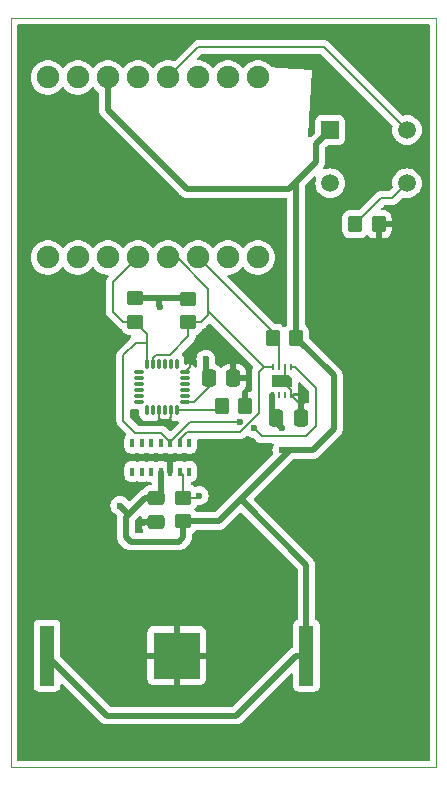
<source format=gtl>
%TF.GenerationSoftware,KiCad,Pcbnew,8.0.8*%
%TF.CreationDate,2025-05-01T15:14:52+05:30*%
%TF.ProjectId,smart_ringfinal,736d6172-745f-4726-996e-6766696e616c,rev?*%
%TF.SameCoordinates,Original*%
%TF.FileFunction,Copper,L1,Top*%
%TF.FilePolarity,Positive*%
%FSLAX46Y46*%
G04 Gerber Fmt 4.6, Leading zero omitted, Abs format (unit mm)*
G04 Created by KiCad (PCBNEW 8.0.8) date 2025-05-01 15:14:52*
%MOMM*%
%LPD*%
G01*
G04 APERTURE LIST*
G04 Aperture macros list*
%AMRoundRect*
0 Rectangle with rounded corners*
0 $1 Rounding radius*
0 $2 $3 $4 $5 $6 $7 $8 $9 X,Y pos of 4 corners*
0 Add a 4 corners polygon primitive as box body*
4,1,4,$2,$3,$4,$5,$6,$7,$8,$9,$2,$3,0*
0 Add four circle primitives for the rounded corners*
1,1,$1+$1,$2,$3*
1,1,$1+$1,$4,$5*
1,1,$1+$1,$6,$7*
1,1,$1+$1,$8,$9*
0 Add four rect primitives between the rounded corners*
20,1,$1+$1,$2,$3,$4,$5,0*
20,1,$1+$1,$4,$5,$6,$7,0*
20,1,$1+$1,$6,$7,$8,$9,0*
20,1,$1+$1,$8,$9,$2,$3,0*%
%AMFreePoly0*
4,1,6,0.500000,-0.850000,-0.500000,-0.850000,-0.500000,0.550000,-0.200000,0.850000,0.500000,0.850000,0.500000,-0.850000,0.500000,-0.850000,$1*%
G04 Aperture macros list end*
%TA.AperFunction,SMDPad,CuDef*%
%ADD10RoundRect,0.075000X-0.350000X-0.075000X0.350000X-0.075000X0.350000X0.075000X-0.350000X0.075000X0*%
%TD*%
%TA.AperFunction,SMDPad,CuDef*%
%ADD11RoundRect,0.075000X0.075000X-0.350000X0.075000X0.350000X-0.075000X0.350000X-0.075000X-0.350000X0*%
%TD*%
%TA.AperFunction,SMDPad,CuDef*%
%ADD12RoundRect,0.250000X-0.475000X0.337500X-0.475000X-0.337500X0.475000X-0.337500X0.475000X0.337500X0*%
%TD*%
%TA.AperFunction,SMDPad,CuDef*%
%ADD13RoundRect,0.250000X0.450000X-0.350000X0.450000X0.350000X-0.450000X0.350000X-0.450000X-0.350000X0*%
%TD*%
%TA.AperFunction,SMDPad,CuDef*%
%ADD14RoundRect,0.250000X-0.350000X-0.450000X0.350000X-0.450000X0.350000X0.450000X-0.350000X0.450000X0*%
%TD*%
%TA.AperFunction,SMDPad,CuDef*%
%ADD15RoundRect,0.250000X0.337500X0.475000X-0.337500X0.475000X-0.337500X-0.475000X0.337500X-0.475000X0*%
%TD*%
%TA.AperFunction,ComponentPad*%
%ADD16C,1.905000*%
%TD*%
%TA.AperFunction,SMDPad,CuDef*%
%ADD17R,3.960000X3.960000*%
%TD*%
%TA.AperFunction,SMDPad,CuDef*%
%ADD18R,1.270000X5.080000*%
%TD*%
%TA.AperFunction,SMDPad,CuDef*%
%ADD19RoundRect,0.250000X-0.450000X0.350000X-0.450000X-0.350000X0.450000X-0.350000X0.450000X0.350000X0*%
%TD*%
%TA.AperFunction,ComponentPad*%
%ADD20R,1.498000X1.498000*%
%TD*%
%TA.AperFunction,ComponentPad*%
%ADD21C,1.498000*%
%TD*%
%TA.AperFunction,SMDPad,CuDef*%
%ADD22RoundRect,0.087500X-0.087500X0.287500X-0.087500X-0.287500X0.087500X-0.287500X0.087500X0.287500X0*%
%TD*%
%TA.AperFunction,SMDPad,CuDef*%
%ADD23R,0.250000X0.550000*%
%TD*%
%TA.AperFunction,SMDPad,CuDef*%
%ADD24FreePoly0,270.000000*%
%TD*%
%TA.AperFunction,ViaPad*%
%ADD25C,0.600000*%
%TD*%
%TA.AperFunction,Conductor*%
%ADD26C,0.500000*%
%TD*%
%TA.AperFunction,Conductor*%
%ADD27C,0.200000*%
%TD*%
%TA.AperFunction,Profile*%
%ADD28C,0.050000*%
%TD*%
G04 APERTURE END LIST*
D10*
%TO.P,U3,1,CLKIN*%
%TO.N,unconnected-(U3-CLKIN-Pad1)*%
X116875000Y-146975000D03*
%TO.P,U3,2,NC*%
%TO.N,unconnected-(U3-NC-Pad2)*%
X116875000Y-147475000D03*
%TO.P,U3,3,NC*%
%TO.N,unconnected-(U3-NC-Pad3)*%
X116875000Y-147975000D03*
%TO.P,U3,4,NC*%
%TO.N,unconnected-(U3-NC-Pad4)*%
X116875000Y-148475000D03*
%TO.P,U3,5,NC*%
%TO.N,unconnected-(U3-NC-Pad5)*%
X116875000Y-148975000D03*
%TO.P,U3,6,AUX_DA*%
%TO.N,unconnected-(U3-AUX_DA-Pad6)*%
X116875000Y-149475000D03*
D11*
%TO.P,U3,7,AUX_CL*%
%TO.N,unconnected-(U3-AUX_CL-Pad7)*%
X117575000Y-150175000D03*
%TO.P,U3,8,VLOGIC*%
%TO.N,unconnected-(U3-VLOGIC-Pad8)*%
X118075000Y-150175000D03*
%TO.P,U3,9,AD0*%
%TO.N,GND*%
X118575000Y-150175000D03*
%TO.P,U3,10,REGOUT*%
%TO.N,unconnected-(U3-REGOUT-Pad10)*%
X119075000Y-150175000D03*
%TO.P,U3,11,FSYNC*%
%TO.N,GND*%
X119575000Y-150175000D03*
%TO.P,U3,12,INT*%
%TO.N,Net-(U3-INT)*%
X120075000Y-150175000D03*
D10*
%TO.P,U3,13,VDD*%
%TO.N,3.3V*%
X120775000Y-149475000D03*
%TO.P,U3,14,NC*%
%TO.N,unconnected-(U3-NC-Pad14)*%
X120775000Y-148975000D03*
%TO.P,U3,15,NC*%
%TO.N,unconnected-(U3-NC-Pad15)*%
X120775000Y-148475000D03*
%TO.P,U3,16,NC*%
%TO.N,unconnected-(U3-NC-Pad16)*%
X120775000Y-147975000D03*
%TO.P,U3,17,NC*%
%TO.N,unconnected-(U3-NC-Pad17)*%
X120775000Y-147475000D03*
%TO.P,U3,18,GND*%
%TO.N,GND*%
X120775000Y-146975000D03*
D11*
%TO.P,U3,19,RESV*%
%TO.N,unconnected-(U3-RESV-Pad19)*%
X120075000Y-146275000D03*
%TO.P,U3,20,CPOUT*%
%TO.N,unconnected-(U3-CPOUT-Pad20)*%
X119575000Y-146275000D03*
%TO.P,U3,21,RESV*%
%TO.N,unconnected-(U3-RESV-Pad21)*%
X119075000Y-146275000D03*
%TO.P,U3,22,RESV*%
%TO.N,unconnected-(U3-RESV-Pad22)*%
X118575000Y-146275000D03*
%TO.P,U3,23,SCL*%
%TO.N,SCL*%
X118075000Y-146275000D03*
%TO.P,U3,24,SDA*%
%TO.N,SDA*%
X117575000Y-146275000D03*
%TD*%
D12*
%TO.P,C2,1*%
%TO.N,3.3V*%
X118350000Y-157625000D03*
%TO.P,C2,2*%
%TO.N,GND*%
X118350000Y-159700000D03*
%TD*%
D13*
%TO.P,R2,1*%
%TO.N,SCL*%
X121075000Y-142750000D03*
%TO.P,R2,2*%
%TO.N,3.3V*%
X121075000Y-140750000D03*
%TD*%
D14*
%TO.P,R3,1*%
%TO.N,Net-(U3-INT)*%
X123875000Y-149825000D03*
%TO.P,R3,2*%
%TO.N,GND*%
X125875000Y-149825000D03*
%TD*%
D15*
%TO.P,C3,1*%
%TO.N,GND*%
X130600000Y-150825000D03*
%TO.P,C3,2*%
%TO.N,3.3V*%
X128525000Y-150825000D03*
%TD*%
%TO.P,C1,1*%
%TO.N,GND*%
X124875000Y-147500000D03*
%TO.P,C1,2*%
%TO.N,3.3V*%
X122800000Y-147500000D03*
%TD*%
D16*
%TO.P,U1,0,GPIO0*%
%TO.N,unconnected-(U1-GPIO0-Pad0)*%
X126950000Y-122025000D03*
%TO.P,U1,1,GPIO1*%
%TO.N,unconnected-(U1-GPIO1-Pad1)*%
X124410000Y-122025000D03*
%TO.P,U1,2,GPIO2*%
%TO.N,Net-(U1-GPIO2)*%
X121870000Y-122025000D03*
%TO.P,U1,3,GPIO3*%
%TO.N,Net-(U1-GPIO3)*%
X119330000Y-122025000D03*
%TO.P,U1,3.3,3V3*%
%TO.N,3.3V*%
X114250000Y-122025000D03*
%TO.P,U1,4,GPIO4*%
%TO.N,unconnected-(U1-GPIO4-Pad4)*%
X116790000Y-122025000D03*
%TO.P,U1,5,GPIO5*%
%TO.N,unconnected-(U1-GPIO5-Pad5)*%
X109170000Y-137265000D03*
%TO.P,U1,5V,5V*%
%TO.N,unconnected-(U1-Pad5V)*%
X109170000Y-122025000D03*
%TO.P,U1,6,GPIO6*%
%TO.N,unconnected-(U1-GPIO6-Pad6)*%
X111710000Y-137265000D03*
%TO.P,U1,7,GPIO7*%
%TO.N,unconnected-(U1-GPIO7-Pad7)*%
X114250000Y-137265000D03*
%TO.P,U1,8,GPIO8*%
%TO.N,SDA*%
X116790000Y-137265000D03*
%TO.P,U1,9,GPIO9*%
%TO.N,SCL*%
X119330000Y-137265000D03*
%TO.P,U1,10,GPIO10*%
%TO.N,Net-(U1-GPIO10)*%
X121870000Y-137265000D03*
%TO.P,U1,20,GPIO20*%
%TO.N,unconnected-(U1-GPIO20-Pad20)*%
X124410000Y-137265000D03*
%TO.P,U1,21,GPIO21*%
%TO.N,unconnected-(U1-GPIO21-Pad21)*%
X126950000Y-137265000D03*
%TO.P,U1,G,GND*%
%TO.N,unconnected-(U1-GND-PadG)*%
X111710000Y-122025000D03*
%TD*%
D17*
%TO.P,BT1,N*%
%TO.N,GND*%
X120080000Y-170980000D03*
D18*
%TO.P,BT1,P1*%
%TO.N,3.3V*%
X109095000Y-170980000D03*
%TO.P,BT1,P2*%
X131065000Y-170980000D03*
%TD*%
D14*
%TO.P,R4,1*%
%TO.N,Net-(R4-Pad1)*%
X135175000Y-134450000D03*
%TO.P,R4,2*%
%TO.N,GND*%
X137175000Y-134450000D03*
%TD*%
D19*
%TO.P,R1,1*%
%TO.N,3.3V*%
X116575000Y-140725000D03*
%TO.P,R1,2*%
%TO.N,SDA*%
X116575000Y-142725000D03*
%TD*%
D20*
%TO.P,S1,1*%
%TO.N,3.3V*%
X133075000Y-126475000D03*
D21*
%TO.P,S1,2*%
%TO.N,unconnected-(S1-Pad2)*%
X133075000Y-130975000D03*
%TO.P,S1,3*%
%TO.N,Net-(U1-GPIO3)*%
X139575000Y-126475000D03*
%TO.P,S1,4*%
%TO.N,Net-(R4-Pad1)*%
X139575000Y-130975000D03*
%TD*%
D22*
%TO.P,U2,1,NC*%
%TO.N,unconnected-(U2-NC-Pad1)*%
X121125000Y-153000000D03*
%TO.P,U2,2,SCL*%
%TO.N,SCL*%
X120325000Y-153000000D03*
%TO.P,U2,3,SDA*%
%TO.N,SDA*%
X119525000Y-153000000D03*
%TO.P,U2,4,PGND*%
%TO.N,unconnected-(U2-PGND-Pad4)*%
X118725000Y-153000000D03*
%TO.P,U2,5,NC*%
%TO.N,unconnected-(U2-NC-Pad5)*%
X117925000Y-153000000D03*
%TO.P,U2,6,NC*%
%TO.N,unconnected-(U2-NC-Pad6)*%
X117125000Y-153000000D03*
%TO.P,U2,7,NC*%
%TO.N,unconnected-(U2-NC-Pad7)*%
X116325000Y-153000000D03*
%TO.P,U2,8,NC*%
%TO.N,unconnected-(U2-NC-Pad8)*%
X116325000Y-155400000D03*
%TO.P,U2,9,VLED+*%
%TO.N,unconnected-(U2-VLED+-Pad10)*%
X117125000Y-155400000D03*
%TO.P,U2,10,VLED+*%
%TO.N,unconnected-(U2-VLED+-Pad10)_1*%
X117925000Y-155400000D03*
%TO.P,U2,11,VDD*%
%TO.N,3.3V*%
X118725000Y-155400000D03*
%TO.P,U2,12,GND*%
%TO.N,GND*%
X119525000Y-155400000D03*
%TO.P,U2,13,~{INT}*%
%TO.N,Net-(U1-GPIO2)*%
X120325000Y-155400000D03*
%TO.P,U2,14,NC*%
%TO.N,unconnected-(U2-NC-Pad14)*%
X121125000Y-155400000D03*
%TD*%
D19*
%TO.P,R5,1*%
%TO.N,Net-(U1-GPIO2)*%
X120650000Y-157600000D03*
%TO.P,R5,2*%
%TO.N,3.3V*%
X120650000Y-159600000D03*
%TD*%
D14*
%TO.P,R6,1*%
%TO.N,Net-(U1-GPIO10)*%
X128200000Y-144075000D03*
%TO.P,R6,2*%
%TO.N,3.3V*%
X130200000Y-144075000D03*
%TD*%
D23*
%TO.P,U4,1,SDA*%
%TO.N,SDA*%
X129725000Y-146525000D03*
%TO.P,U4,2,ADDR*%
%TO.N,GND*%
X129225000Y-146525000D03*
%TO.P,U4,3,ALERT*%
%TO.N,Net-(U1-GPIO10)*%
X128725000Y-146525000D03*
%TO.P,U4,4,SCL*%
%TO.N,SCL*%
X128225000Y-146525000D03*
%TO.P,U4,5,VDD*%
%TO.N,3.3V*%
X128225000Y-148875000D03*
%TO.P,U4,6,~{RESET}*%
%TO.N,unconnected-(U4-~{RESET}-Pad6)*%
X128725000Y-148875000D03*
%TO.P,U4,7,R*%
%TO.N,unconnected-(U4-R-Pad7)*%
X129225000Y-148875000D03*
%TO.P,U4,8,VSS*%
%TO.N,GND*%
X129725000Y-148875000D03*
D24*
%TO.P,U4,9,VSS*%
X128975000Y-147700000D03*
%TD*%
D25*
%TO.N,3.3V*%
X118700000Y-141475000D03*
X115275000Y-158275000D03*
X128975000Y-151725000D03*
X128975000Y-153575000D03*
X122550000Y-145875000D03*
%TO.N,GND*%
X117220000Y-159720000D03*
X119020000Y-151240000D03*
X130710000Y-149490000D03*
X124875000Y-146135000D03*
X114580000Y-159750000D03*
%TO.N,SDA*%
X125450735Y-151200735D03*
X126611765Y-151736765D03*
%TO.N,Net-(U1-GPIO2)*%
X121980000Y-157440000D03*
%TD*%
D26*
%TO.N,3.3V*%
X125482500Y-157742500D02*
X129650000Y-153575000D01*
X125110000Y-176050000D02*
X114165000Y-176050000D01*
X118550000Y-141325000D02*
X118700000Y-141475000D01*
X118550000Y-140725000D02*
X121050000Y-140725000D01*
X118350000Y-157625000D02*
X118725000Y-157250000D01*
X133375000Y-147250000D02*
X130200000Y-144075000D01*
X128975000Y-153575000D02*
X129650000Y-153575000D01*
X130200000Y-130840000D02*
X129570000Y-131470000D01*
X129570000Y-131470000D02*
X120970000Y-131470000D01*
X121050000Y-140725000D02*
X121075000Y-140750000D01*
X123625000Y-159600000D02*
X125482500Y-157742500D01*
X116162500Y-158887500D02*
X115775000Y-159275000D01*
X131890000Y-127660000D02*
X133075000Y-126475000D01*
X128525000Y-151275000D02*
X128975000Y-151725000D01*
X122550000Y-145875000D02*
X122550000Y-147250000D01*
X120250000Y-161325000D02*
X120650000Y-160925000D01*
X133375000Y-151800000D02*
X133375000Y-147250000D01*
D27*
X121550000Y-149475000D02*
X122800000Y-148225000D01*
D26*
X131065000Y-163325000D02*
X131065000Y-170980000D01*
X117425000Y-157625000D02*
X116162500Y-158887500D01*
X118350000Y-157625000D02*
X117425000Y-157625000D01*
X120970000Y-131470000D02*
X114250000Y-124750000D01*
X131890000Y-129150000D02*
X131890000Y-127660000D01*
X131600000Y-153575000D02*
X133375000Y-151800000D01*
D27*
X122800000Y-148225000D02*
X122800000Y-147500000D01*
D26*
X122550000Y-147250000D02*
X122800000Y-147500000D01*
X118550000Y-140725000D02*
X118550000Y-141325000D01*
X129650000Y-153575000D02*
X131600000Y-153575000D01*
X128150000Y-150450000D02*
X128150000Y-148875000D01*
X120650000Y-160925000D02*
X120650000Y-159600000D01*
X128525000Y-150825000D02*
X128525000Y-151275000D01*
X115275000Y-158275000D02*
X115887500Y-158887500D01*
X116575000Y-140725000D02*
X118550000Y-140725000D01*
X125482500Y-157742500D02*
X131065000Y-163325000D01*
X120650000Y-159600000D02*
X121600000Y-159600000D01*
X130200000Y-130840000D02*
X131890000Y-129150000D01*
X130200000Y-144075000D02*
X130200000Y-130840000D01*
X131065000Y-170980000D02*
X130180000Y-170980000D01*
X115775000Y-159275000D02*
X115775000Y-160925000D01*
X114250000Y-124750000D02*
X114250000Y-122025000D01*
D27*
X120775000Y-149475000D02*
X121550000Y-149475000D01*
D26*
X128525000Y-150825000D02*
X128150000Y-150450000D01*
X114165000Y-176050000D02*
X109095000Y-170980000D01*
X116175000Y-161325000D02*
X120250000Y-161325000D01*
X121600000Y-159600000D02*
X123625000Y-159600000D01*
X115775000Y-160925000D02*
X116175000Y-161325000D01*
X118725000Y-157250000D02*
X118725000Y-155400000D01*
X130180000Y-170980000D02*
X125110000Y-176050000D01*
X115887500Y-158887500D02*
X116162500Y-158887500D01*
D27*
%TO.N,GND*%
X125875000Y-148675000D02*
X125950000Y-148600000D01*
X120775000Y-146975000D02*
X121210000Y-146540000D01*
X128975000Y-147700000D02*
X129725000Y-148450000D01*
X129725000Y-148450000D02*
X129725000Y-148875000D01*
X119100000Y-151000000D02*
X119390000Y-151000000D01*
X128975000Y-147700000D02*
X129225000Y-147450000D01*
X129225000Y-147450000D02*
X129225000Y-146525000D01*
D26*
X119525000Y-154365000D02*
X119540000Y-154350000D01*
D27*
X124875000Y-147500000D02*
X124875000Y-146135000D01*
D26*
X119525000Y-155400000D02*
X119525000Y-154365000D01*
D27*
X119100000Y-151000000D02*
X119100000Y-151160000D01*
X130600000Y-149750000D02*
X130530000Y-149680000D01*
X118750000Y-151000000D02*
X119100000Y-151000000D01*
X121210000Y-146540000D02*
X121210000Y-145930000D01*
X130600000Y-150825000D02*
X130600000Y-149750000D01*
X118575000Y-150175000D02*
X118575000Y-150825000D01*
X130530000Y-149680000D02*
X130710000Y-149500000D01*
X125875000Y-149825000D02*
X125875000Y-148675000D01*
X124860000Y-146120000D02*
X124875000Y-146135000D01*
D26*
X118350000Y-159700000D02*
X117240000Y-159700000D01*
D27*
X130710000Y-149500000D02*
X130710000Y-149490000D01*
X130530000Y-149680000D02*
X129725000Y-148875000D01*
X119575000Y-150815000D02*
X119575000Y-150175000D01*
D26*
X117240000Y-159700000D02*
X117220000Y-159720000D01*
D27*
X119390000Y-151000000D02*
X119575000Y-150815000D01*
X118575000Y-150825000D02*
X118750000Y-151000000D01*
D26*
X118300000Y-170925000D02*
X119635000Y-170925000D01*
D27*
X119100000Y-151160000D02*
X119020000Y-151240000D01*
%TO.N,SDA*%
X114675000Y-139380000D02*
X114675000Y-141850000D01*
X115550000Y-151075000D02*
X116575000Y-152100000D01*
X117575000Y-144500000D02*
X117575000Y-143725000D01*
X115550000Y-142725000D02*
X116575000Y-142725000D01*
X116600000Y-144500000D02*
X115550000Y-145550000D01*
X114675000Y-141850000D02*
X115550000Y-142725000D01*
X131875000Y-148325000D02*
X130075000Y-146525000D01*
X115550000Y-145550000D02*
X115550000Y-151075000D01*
X117575000Y-146275000D02*
X117575000Y-144500000D01*
X131875000Y-151550000D02*
X131875000Y-148325000D01*
X116575000Y-152100000D02*
X118750432Y-152100000D01*
X127275000Y-152400000D02*
X131025000Y-152400000D01*
X130075000Y-146525000D02*
X129725000Y-146525000D01*
X119525000Y-152874568D02*
X119525000Y-153000000D01*
X126611765Y-151736765D02*
X127275000Y-152400000D01*
X117575000Y-143725000D02*
X116575000Y-142725000D01*
X118750432Y-152100000D02*
X119525000Y-152874568D01*
X116790000Y-137265000D02*
X114675000Y-139380000D01*
X119525000Y-152874568D02*
X121198833Y-151200735D01*
X121198833Y-151200735D02*
X125450735Y-151200735D01*
X117575000Y-144500000D02*
X116600000Y-144500000D01*
X131025000Y-152400000D02*
X131875000Y-151550000D01*
%TO.N,SCL*%
X122750000Y-139950000D02*
X120065000Y-137265000D01*
X118075000Y-146275000D02*
X118075000Y-145817590D01*
X119475000Y-145550000D02*
X121075000Y-143950000D01*
X127025000Y-146950000D02*
X127025000Y-150475000D01*
X127025000Y-150475000D02*
X125450000Y-152050000D01*
X121075000Y-143950000D02*
X121075000Y-142750000D01*
X122750000Y-142100000D02*
X122750000Y-141825000D01*
X118342590Y-145550000D02*
X119475000Y-145550000D01*
X120065000Y-137265000D02*
X119330000Y-137265000D01*
X125450000Y-152050000D02*
X120925000Y-152050000D01*
X120925000Y-152050000D02*
X120325000Y-152650000D01*
X122750000Y-141825000D02*
X122750000Y-139950000D01*
X120325000Y-152650000D02*
X120325000Y-153000000D01*
X127450000Y-146525000D02*
X127025000Y-146950000D01*
X122100000Y-142750000D02*
X122750000Y-142100000D01*
X121075000Y-142750000D02*
X122100000Y-142750000D01*
X127450000Y-146525000D02*
X122750000Y-141825000D01*
X118075000Y-145817590D02*
X118342590Y-145550000D01*
X128225000Y-146525000D02*
X127450000Y-146525000D01*
%TO.N,Net-(U3-INT)*%
X123875000Y-149825000D02*
X123525000Y-150175000D01*
X123525000Y-150175000D02*
X120075000Y-150175000D01*
%TO.N,Net-(R4-Pad1)*%
X137375000Y-132250000D02*
X135175000Y-134450000D01*
X138300000Y-132250000D02*
X137375000Y-132250000D01*
X139575000Y-130975000D02*
X138300000Y-132250000D01*
%TO.N,Net-(U1-GPIO2)*%
X120650000Y-155725000D02*
X120325000Y-155400000D01*
X121820000Y-157600000D02*
X121980000Y-157440000D01*
X120650000Y-157600000D02*
X120650000Y-155725000D01*
X120650000Y-157600000D02*
X121820000Y-157600000D01*
%TO.N,Net-(U1-GPIO10)*%
X128725000Y-144600000D02*
X128725000Y-146525000D01*
X128200000Y-143595000D02*
X121870000Y-137265000D01*
X128200000Y-144075000D02*
X128200000Y-143595000D01*
X128200000Y-144075000D02*
X128725000Y-144600000D01*
%TO.N,Net-(U1-GPIO3)*%
X139575000Y-126475000D02*
X132575000Y-119475000D01*
X132575000Y-119475000D02*
X121880000Y-119475000D01*
X121880000Y-119475000D02*
X119330000Y-122025000D01*
%TD*%
%TA.AperFunction,Conductor*%
%TO.N,GND*%
G36*
X117046663Y-159167217D02*
G01*
X117102596Y-159209089D01*
X117127013Y-159274553D01*
X117126687Y-159295998D01*
X117125001Y-159312504D01*
X117125000Y-159312526D01*
X117125000Y-159450000D01*
X118226000Y-159450000D01*
X118293039Y-159469685D01*
X118338794Y-159522489D01*
X118350000Y-159574000D01*
X118350000Y-159826000D01*
X118330315Y-159893039D01*
X118277511Y-159938794D01*
X118226000Y-159950000D01*
X117125001Y-159950000D01*
X117125001Y-160087486D01*
X117135494Y-160190197D01*
X117190641Y-160356619D01*
X117190646Y-160356630D01*
X117208394Y-160385403D01*
X117226835Y-160452795D01*
X117205913Y-160519459D01*
X117152271Y-160564228D01*
X117102856Y-160574500D01*
X116649500Y-160574500D01*
X116582461Y-160554815D01*
X116536706Y-160502011D01*
X116525500Y-160450500D01*
X116525500Y-159637230D01*
X116545185Y-159570191D01*
X116561819Y-159549549D01*
X116661368Y-159450000D01*
X116745452Y-159365916D01*
X116745452Y-159365915D01*
X116915650Y-159195716D01*
X116976971Y-159162233D01*
X117046663Y-159167217D01*
G37*
%TD.AperFunction*%
%TA.AperFunction,Conductor*%
G36*
X116321945Y-150088808D02*
G01*
X116374764Y-150110687D01*
X116487280Y-150125500D01*
X116800500Y-150125500D01*
X116867539Y-150145185D01*
X116913294Y-150197989D01*
X116924500Y-150249500D01*
X116924500Y-150562727D01*
X116939313Y-150675235D01*
X116939313Y-150675236D01*
X116993193Y-150805315D01*
X116997302Y-150815233D01*
X117089549Y-150935451D01*
X117209767Y-151027698D01*
X117349764Y-151085687D01*
X117456586Y-151099750D01*
X117462264Y-151100498D01*
X117462280Y-151100500D01*
X117462287Y-151100500D01*
X117687713Y-151100500D01*
X117687720Y-151100500D01*
X117800236Y-151085687D01*
X117800236Y-151085686D01*
X117808295Y-151084626D01*
X117808698Y-151087689D01*
X117841302Y-151087689D01*
X117841705Y-151084626D01*
X117849763Y-151085686D01*
X117849764Y-151085687D01*
X117962280Y-151100500D01*
X117962287Y-151100500D01*
X118187713Y-151100500D01*
X118187720Y-151100500D01*
X118300236Y-151085687D01*
X118300236Y-151085686D01*
X118308295Y-151084626D01*
X118308530Y-151086418D01*
X118342269Y-151084195D01*
X118424999Y-151095086D01*
X118427155Y-151093195D01*
X118444685Y-151033497D01*
X118473512Y-151002161D01*
X118499515Y-150982208D01*
X118564684Y-150957016D01*
X118633129Y-150971055D01*
X118650484Y-150982208D01*
X118676486Y-151002160D01*
X118717689Y-151058587D01*
X118723878Y-151094102D01*
X118725000Y-151095086D01*
X118807730Y-151084195D01*
X118841469Y-151086415D01*
X118841705Y-151084626D01*
X118849763Y-151085686D01*
X118849764Y-151085687D01*
X118962280Y-151100500D01*
X118962287Y-151100500D01*
X119187713Y-151100500D01*
X119187720Y-151100500D01*
X119300236Y-151085687D01*
X119300236Y-151085686D01*
X119308295Y-151084626D01*
X119308530Y-151086418D01*
X119342269Y-151084195D01*
X119424999Y-151095086D01*
X119427155Y-151093195D01*
X119444685Y-151033497D01*
X119473512Y-151002161D01*
X119499515Y-150982208D01*
X119564684Y-150957016D01*
X119633129Y-150971055D01*
X119650484Y-150982208D01*
X119676486Y-151002160D01*
X119717689Y-151058587D01*
X119723878Y-151094102D01*
X119725000Y-151095086D01*
X119807730Y-151084195D01*
X119841469Y-151086415D01*
X119841705Y-151084626D01*
X119849763Y-151085686D01*
X119849764Y-151085687D01*
X119962280Y-151100500D01*
X119962287Y-151100500D01*
X120150470Y-151100500D01*
X120217509Y-151120185D01*
X120263264Y-151172989D01*
X120273208Y-151242147D01*
X120244183Y-151305703D01*
X120238151Y-151312181D01*
X119612680Y-151937651D01*
X119551357Y-151971136D01*
X119481665Y-151966152D01*
X119437319Y-151937652D01*
X119238021Y-151738354D01*
X119238020Y-151738352D01*
X119119149Y-151619481D01*
X119119148Y-151619480D01*
X119008366Y-151555520D01*
X119008366Y-151555519D01*
X119008361Y-151555518D01*
X118991435Y-151545745D01*
X118982218Y-151540423D01*
X118944035Y-151530192D01*
X118829489Y-151499499D01*
X118671375Y-151499499D01*
X118663779Y-151499499D01*
X118663763Y-151499500D01*
X116875097Y-151499500D01*
X116808058Y-151479815D01*
X116787416Y-151463181D01*
X116186819Y-150862584D01*
X116153334Y-150801261D01*
X116150500Y-150774903D01*
X116150500Y-150203372D01*
X116170185Y-150136333D01*
X116222989Y-150090578D01*
X116292147Y-150080634D01*
X116321945Y-150088808D01*
G37*
%TD.AperFunction*%
%TA.AperFunction,Conductor*%
G36*
X130535203Y-147834884D02*
G01*
X130541681Y-147840916D01*
X131238181Y-148537416D01*
X131271666Y-148598739D01*
X131274500Y-148625097D01*
X131274500Y-149499846D01*
X131254815Y-149566885D01*
X131202011Y-149612640D01*
X131132853Y-149622584D01*
X131111498Y-149617553D01*
X131090195Y-149610494D01*
X131090190Y-149610493D01*
X130987486Y-149600000D01*
X130850000Y-149600000D01*
X130850000Y-150701000D01*
X130830315Y-150768039D01*
X130777511Y-150813794D01*
X130726000Y-150825000D01*
X130474000Y-150825000D01*
X130406961Y-150805315D01*
X130361206Y-150752511D01*
X130350000Y-150701000D01*
X130350000Y-149600000D01*
X130335269Y-149585270D01*
X130318394Y-149580315D01*
X130272639Y-149527511D01*
X130262695Y-149458353D01*
X130286167Y-149401688D01*
X130293352Y-149392089D01*
X130293354Y-149392086D01*
X130343596Y-149257379D01*
X130343598Y-149257372D01*
X130349999Y-149197844D01*
X130350000Y-149197827D01*
X130350000Y-149000000D01*
X129974500Y-149000000D01*
X129907461Y-148980315D01*
X129861706Y-148927511D01*
X129850500Y-148876062D01*
X129850499Y-148874062D01*
X129870150Y-148807013D01*
X129922931Y-148761231D01*
X129974499Y-148750000D01*
X130350000Y-148750000D01*
X130350000Y-148552172D01*
X130349999Y-148552155D01*
X130343598Y-148492623D01*
X130314266Y-148413982D01*
X130309781Y-148351269D01*
X130308282Y-148351054D01*
X130329999Y-148199998D01*
X130330000Y-148199997D01*
X130330000Y-147928597D01*
X130349685Y-147861558D01*
X130402489Y-147815803D01*
X130471647Y-147805859D01*
X130535203Y-147834884D01*
G37*
%TD.AperFunction*%
%TA.AperFunction,Conductor*%
G36*
X122930833Y-142870914D02*
G01*
X122975177Y-142899413D01*
X124753561Y-144677796D01*
X126518402Y-146442637D01*
X126551887Y-146503960D01*
X126546903Y-146573652D01*
X126538110Y-146592315D01*
X126523512Y-146617601D01*
X126508435Y-146643716D01*
X126465423Y-146718215D01*
X126424499Y-146870943D01*
X126424499Y-146870945D01*
X126424499Y-147039046D01*
X126424500Y-147039059D01*
X126424500Y-148502961D01*
X126404815Y-148570000D01*
X126352011Y-148615755D01*
X126287902Y-148626319D01*
X126274998Y-148625001D01*
X126274974Y-148625000D01*
X126125000Y-148625000D01*
X126125000Y-149701000D01*
X126105315Y-149768039D01*
X126052511Y-149813794D01*
X126001000Y-149825000D01*
X125749000Y-149825000D01*
X125681961Y-149805315D01*
X125636206Y-149752511D01*
X125625000Y-149701000D01*
X125625000Y-148619000D01*
X125644685Y-148551961D01*
X125697489Y-148506206D01*
X125749000Y-148495000D01*
X125753161Y-148495000D01*
X125753161Y-148494999D01*
X125804815Y-148443345D01*
X125896856Y-148294124D01*
X125896858Y-148294119D01*
X125952005Y-148127697D01*
X125952006Y-148127690D01*
X125962499Y-148024986D01*
X125962500Y-148024973D01*
X125962500Y-147750000D01*
X124999000Y-147750000D01*
X124931961Y-147730315D01*
X124886206Y-147677511D01*
X124875000Y-147626000D01*
X124875000Y-147500000D01*
X124749000Y-147500000D01*
X124681961Y-147480315D01*
X124636206Y-147427511D01*
X124625000Y-147376000D01*
X124625000Y-147250000D01*
X125125000Y-147250000D01*
X125962499Y-147250000D01*
X125962499Y-146975028D01*
X125962498Y-146975013D01*
X125952005Y-146872302D01*
X125896858Y-146705880D01*
X125896856Y-146705875D01*
X125804815Y-146556654D01*
X125680845Y-146432684D01*
X125531624Y-146340643D01*
X125531619Y-146340641D01*
X125365197Y-146285494D01*
X125365190Y-146285493D01*
X125262486Y-146275000D01*
X125125000Y-146275000D01*
X125125000Y-147250000D01*
X124625000Y-147250000D01*
X124625000Y-146275000D01*
X124487527Y-146275000D01*
X124487512Y-146275001D01*
X124384802Y-146285494D01*
X124218380Y-146340641D01*
X124218375Y-146340643D01*
X124069154Y-146432684D01*
X123945183Y-146556655D01*
X123945179Y-146556660D01*
X123943326Y-146559665D01*
X123941518Y-146561290D01*
X123940702Y-146562323D01*
X123940525Y-146562183D01*
X123891374Y-146606385D01*
X123822411Y-146617601D01*
X123758331Y-146589752D01*
X123732253Y-146559653D01*
X123732237Y-146559628D01*
X123730212Y-146556344D01*
X123606156Y-146432288D01*
X123456834Y-146340186D01*
X123456832Y-146340185D01*
X123456830Y-146340184D01*
X123456829Y-146340183D01*
X123385495Y-146316545D01*
X123328050Y-146276772D01*
X123301228Y-146212256D01*
X123300500Y-146198840D01*
X123300500Y-146174972D01*
X123307458Y-146134017D01*
X123335368Y-146054254D01*
X123335369Y-146054249D01*
X123355565Y-145875003D01*
X123355565Y-145874996D01*
X123335369Y-145695750D01*
X123335368Y-145695745D01*
X123275788Y-145525476D01*
X123179815Y-145372737D01*
X123052262Y-145245184D01*
X122899523Y-145149211D01*
X122729254Y-145089631D01*
X122729249Y-145089630D01*
X122550004Y-145069435D01*
X122549996Y-145069435D01*
X122370750Y-145089630D01*
X122370745Y-145089631D01*
X122200476Y-145149211D01*
X122047737Y-145245184D01*
X121920184Y-145372737D01*
X121824211Y-145525476D01*
X121764631Y-145695745D01*
X121764630Y-145695750D01*
X121744435Y-145874996D01*
X121744435Y-145875003D01*
X121764630Y-146054249D01*
X121764631Y-146054254D01*
X121792542Y-146134017D01*
X121799500Y-146174972D01*
X121799500Y-146469192D01*
X121779815Y-146536231D01*
X121727011Y-146581986D01*
X121657853Y-146591930D01*
X121594297Y-146562905D01*
X121577125Y-146544679D01*
X121535096Y-146489907D01*
X121414978Y-146397736D01*
X121275108Y-146339801D01*
X121275104Y-146339800D01*
X121162697Y-146325000D01*
X120914873Y-146325000D01*
X120875858Y-146346304D01*
X120806166Y-146341320D01*
X120750233Y-146299448D01*
X120725816Y-146233984D01*
X120725500Y-146225138D01*
X120725500Y-145887286D01*
X120725499Y-145887272D01*
X120721974Y-145860498D01*
X120710687Y-145774764D01*
X120652698Y-145634767D01*
X120560451Y-145514549D01*
X120560449Y-145514547D01*
X120560448Y-145514546D01*
X120559028Y-145513457D01*
X120558132Y-145512230D01*
X120554704Y-145508802D01*
X120555238Y-145508267D01*
X120517825Y-145457029D01*
X120513671Y-145387283D01*
X120546834Y-145327401D01*
X120997224Y-144877011D01*
X121555520Y-144318716D01*
X121634577Y-144181784D01*
X121675501Y-144029057D01*
X121675501Y-143930300D01*
X121695186Y-143863261D01*
X121747990Y-143817506D01*
X121760489Y-143812597D01*
X121844334Y-143784814D01*
X121993656Y-143692712D01*
X122117712Y-143568656D01*
X122209814Y-143419334D01*
X122216811Y-143398218D01*
X122256582Y-143340772D01*
X122302422Y-143317444D01*
X122331785Y-143309577D01*
X122381904Y-143280639D01*
X122468716Y-143230520D01*
X122580520Y-143118716D01*
X122580520Y-143118714D01*
X122590728Y-143108507D01*
X122590730Y-143108504D01*
X122799820Y-142899413D01*
X122861141Y-142865930D01*
X122930833Y-142870914D01*
G37*
%TD.AperFunction*%
%TA.AperFunction,Conductor*%
G36*
X141507539Y-117550185D02*
G01*
X141553294Y-117602989D01*
X141564500Y-117654500D01*
X141564500Y-179780500D01*
X141544815Y-179847539D01*
X141492011Y-179893294D01*
X141440500Y-179904500D01*
X106669500Y-179904500D01*
X106602461Y-179884815D01*
X106556706Y-179832011D01*
X106545500Y-179780500D01*
X106545500Y-122024994D01*
X107712020Y-122024994D01*
X107712020Y-122025005D01*
X107731904Y-122264972D01*
X107731904Y-122264975D01*
X107731905Y-122264976D01*
X107791017Y-122498405D01*
X107887745Y-122718922D01*
X108019449Y-122920510D01*
X108182537Y-123097671D01*
X108372561Y-123245572D01*
X108584336Y-123360179D01*
X108680820Y-123393302D01*
X108812083Y-123438365D01*
X108812085Y-123438365D01*
X108812087Y-123438366D01*
X109049601Y-123478000D01*
X109049602Y-123478000D01*
X109290398Y-123478000D01*
X109290399Y-123478000D01*
X109527913Y-123438366D01*
X109755664Y-123360179D01*
X109967439Y-123245572D01*
X110157463Y-123097671D01*
X110320551Y-122920510D01*
X110336190Y-122896571D01*
X110389336Y-122851214D01*
X110458567Y-122841790D01*
X110521904Y-122871291D01*
X110543808Y-122896570D01*
X110559449Y-122920510D01*
X110722537Y-123097671D01*
X110912561Y-123245572D01*
X111124336Y-123360179D01*
X111220820Y-123393302D01*
X111352083Y-123438365D01*
X111352085Y-123438365D01*
X111352087Y-123438366D01*
X111589601Y-123478000D01*
X111589602Y-123478000D01*
X111830398Y-123478000D01*
X111830399Y-123478000D01*
X112067913Y-123438366D01*
X112295664Y-123360179D01*
X112507439Y-123245572D01*
X112697463Y-123097671D01*
X112860551Y-122920510D01*
X112876190Y-122896571D01*
X112929336Y-122851214D01*
X112998567Y-122841790D01*
X113061904Y-122871291D01*
X113083808Y-122896570D01*
X113099449Y-122920510D01*
X113262537Y-123097671D01*
X113335306Y-123154309D01*
X113451662Y-123244873D01*
X113492475Y-123301583D01*
X113499500Y-123342726D01*
X113499500Y-124823918D01*
X113499500Y-124823920D01*
X113499499Y-124823920D01*
X113528340Y-124968907D01*
X113528343Y-124968917D01*
X113584914Y-125105492D01*
X113617812Y-125154727D01*
X113617813Y-125154730D01*
X113667046Y-125228414D01*
X113667052Y-125228421D01*
X120387049Y-131948416D01*
X120491584Y-132052951D01*
X120491585Y-132052952D01*
X120614498Y-132135080D01*
X120614511Y-132135087D01*
X120710091Y-132174677D01*
X120751087Y-132191658D01*
X120751091Y-132191658D01*
X120751092Y-132191659D01*
X120896079Y-132220500D01*
X120896082Y-132220500D01*
X121043917Y-132220500D01*
X129325500Y-132220500D01*
X129392539Y-132240185D01*
X129438294Y-132292989D01*
X129449500Y-132344500D01*
X129449500Y-142921042D01*
X129429815Y-142988081D01*
X129390598Y-143026580D01*
X129381344Y-143032287D01*
X129381343Y-143032288D01*
X129287681Y-143125951D01*
X129226358Y-143159436D01*
X129156666Y-143154452D01*
X129112319Y-143125951D01*
X129018657Y-143032289D01*
X129018656Y-143032288D01*
X128869334Y-142940186D01*
X128702797Y-142885001D01*
X128702795Y-142885000D01*
X128600016Y-142874500D01*
X128600009Y-142874500D01*
X128380097Y-142874500D01*
X128313058Y-142854815D01*
X128292416Y-142838181D01*
X124383916Y-138929681D01*
X124350431Y-138868358D01*
X124355415Y-138798666D01*
X124397287Y-138742733D01*
X124462751Y-138718316D01*
X124471597Y-138718000D01*
X124530398Y-138718000D01*
X124530399Y-138718000D01*
X124767913Y-138678366D01*
X124995664Y-138600179D01*
X125207439Y-138485572D01*
X125397463Y-138337671D01*
X125560551Y-138160510D01*
X125576190Y-138136571D01*
X125629336Y-138091214D01*
X125698567Y-138081790D01*
X125761904Y-138111291D01*
X125783808Y-138136570D01*
X125799449Y-138160510D01*
X125962537Y-138337671D01*
X126152561Y-138485572D01*
X126364336Y-138600179D01*
X126482598Y-138640778D01*
X126592083Y-138678365D01*
X126592085Y-138678365D01*
X126592087Y-138678366D01*
X126829601Y-138718000D01*
X126829602Y-138718000D01*
X127070398Y-138718000D01*
X127070399Y-138718000D01*
X127307913Y-138678366D01*
X127535664Y-138600179D01*
X127747439Y-138485572D01*
X127937463Y-138337671D01*
X128100551Y-138160510D01*
X128232255Y-137958922D01*
X128328983Y-137738405D01*
X128388095Y-137504976D01*
X128407980Y-137265000D01*
X128388095Y-137025024D01*
X128328983Y-136791595D01*
X128232255Y-136571078D01*
X128100551Y-136369490D01*
X127937463Y-136192329D01*
X127803358Y-136087951D01*
X127747441Y-136044429D01*
X127535665Y-135929821D01*
X127535656Y-135929818D01*
X127307916Y-135851634D01*
X127129777Y-135821908D01*
X127070399Y-135812000D01*
X126829601Y-135812000D01*
X126782098Y-135819926D01*
X126592083Y-135851634D01*
X126364343Y-135929818D01*
X126364334Y-135929821D01*
X126152558Y-136044429D01*
X126018456Y-136148805D01*
X125962537Y-136192329D01*
X125799449Y-136369490D01*
X125783808Y-136393431D01*
X125730661Y-136438787D01*
X125661430Y-136448210D01*
X125598094Y-136418707D01*
X125576192Y-136393431D01*
X125560551Y-136369490D01*
X125397463Y-136192329D01*
X125263358Y-136087951D01*
X125207441Y-136044429D01*
X124995665Y-135929821D01*
X124995656Y-135929818D01*
X124767916Y-135851634D01*
X124589777Y-135821908D01*
X124530399Y-135812000D01*
X124289601Y-135812000D01*
X124242098Y-135819926D01*
X124052083Y-135851634D01*
X123824343Y-135929818D01*
X123824334Y-135929821D01*
X123612558Y-136044429D01*
X123478456Y-136148805D01*
X123422537Y-136192329D01*
X123259449Y-136369490D01*
X123243808Y-136393431D01*
X123190661Y-136438787D01*
X123121430Y-136448210D01*
X123058094Y-136418707D01*
X123036192Y-136393431D01*
X123020551Y-136369490D01*
X122857463Y-136192329D01*
X122723358Y-136087951D01*
X122667441Y-136044429D01*
X122455665Y-135929821D01*
X122455656Y-135929818D01*
X122227916Y-135851634D01*
X122049777Y-135821908D01*
X121990399Y-135812000D01*
X121749601Y-135812000D01*
X121702098Y-135819926D01*
X121512083Y-135851634D01*
X121284343Y-135929818D01*
X121284334Y-135929821D01*
X121072558Y-136044429D01*
X120938456Y-136148805D01*
X120882537Y-136192329D01*
X120719449Y-136369490D01*
X120703808Y-136393431D01*
X120650661Y-136438787D01*
X120581430Y-136448210D01*
X120518094Y-136418707D01*
X120496192Y-136393431D01*
X120480551Y-136369490D01*
X120317463Y-136192329D01*
X120183358Y-136087951D01*
X120127441Y-136044429D01*
X119915665Y-135929821D01*
X119915656Y-135929818D01*
X119687916Y-135851634D01*
X119509777Y-135821908D01*
X119450399Y-135812000D01*
X119209601Y-135812000D01*
X119162098Y-135819926D01*
X118972083Y-135851634D01*
X118744343Y-135929818D01*
X118744334Y-135929821D01*
X118532558Y-136044429D01*
X118398456Y-136148805D01*
X118342537Y-136192329D01*
X118179449Y-136369490D01*
X118163808Y-136393431D01*
X118110661Y-136438787D01*
X118041430Y-136448210D01*
X117978094Y-136418707D01*
X117956192Y-136393431D01*
X117940551Y-136369490D01*
X117777463Y-136192329D01*
X117643358Y-136087951D01*
X117587441Y-136044429D01*
X117375665Y-135929821D01*
X117375656Y-135929818D01*
X117147916Y-135851634D01*
X116969777Y-135821908D01*
X116910399Y-135812000D01*
X116669601Y-135812000D01*
X116622098Y-135819926D01*
X116432083Y-135851634D01*
X116204343Y-135929818D01*
X116204334Y-135929821D01*
X115992558Y-136044429D01*
X115858456Y-136148805D01*
X115802537Y-136192329D01*
X115639449Y-136369490D01*
X115623808Y-136393431D01*
X115570661Y-136438787D01*
X115501430Y-136448210D01*
X115438094Y-136418707D01*
X115416192Y-136393431D01*
X115400551Y-136369490D01*
X115237463Y-136192329D01*
X115103358Y-136087951D01*
X115047441Y-136044429D01*
X114835665Y-135929821D01*
X114835656Y-135929818D01*
X114607916Y-135851634D01*
X114429777Y-135821908D01*
X114370399Y-135812000D01*
X114129601Y-135812000D01*
X114082098Y-135819926D01*
X113892083Y-135851634D01*
X113664343Y-135929818D01*
X113664334Y-135929821D01*
X113452558Y-136044429D01*
X113318456Y-136148805D01*
X113262537Y-136192329D01*
X113099449Y-136369490D01*
X113083808Y-136393431D01*
X113030661Y-136438787D01*
X112961430Y-136448210D01*
X112898094Y-136418707D01*
X112876192Y-136393431D01*
X112860551Y-136369490D01*
X112697463Y-136192329D01*
X112563358Y-136087951D01*
X112507441Y-136044429D01*
X112295665Y-135929821D01*
X112295656Y-135929818D01*
X112067916Y-135851634D01*
X111889777Y-135821908D01*
X111830399Y-135812000D01*
X111589601Y-135812000D01*
X111542098Y-135819926D01*
X111352083Y-135851634D01*
X111124343Y-135929818D01*
X111124334Y-135929821D01*
X110912558Y-136044429D01*
X110778456Y-136148805D01*
X110722537Y-136192329D01*
X110559449Y-136369490D01*
X110543808Y-136393431D01*
X110490661Y-136438787D01*
X110421430Y-136448210D01*
X110358094Y-136418707D01*
X110336192Y-136393431D01*
X110320551Y-136369490D01*
X110157463Y-136192329D01*
X110023358Y-136087951D01*
X109967441Y-136044429D01*
X109755665Y-135929821D01*
X109755656Y-135929818D01*
X109527916Y-135851634D01*
X109349777Y-135821908D01*
X109290399Y-135812000D01*
X109049601Y-135812000D01*
X109002098Y-135819926D01*
X108812083Y-135851634D01*
X108584343Y-135929818D01*
X108584334Y-135929821D01*
X108372558Y-136044429D01*
X108238456Y-136148805D01*
X108182537Y-136192329D01*
X108182534Y-136192331D01*
X108182534Y-136192332D01*
X108019449Y-136369490D01*
X107887743Y-136571081D01*
X107791017Y-136791594D01*
X107731904Y-137025027D01*
X107712020Y-137264994D01*
X107712020Y-137265005D01*
X107731904Y-137504972D01*
X107731904Y-137504975D01*
X107731905Y-137504976D01*
X107791017Y-137738405D01*
X107887745Y-137958922D01*
X108019449Y-138160510D01*
X108182537Y-138337671D01*
X108372561Y-138485572D01*
X108584336Y-138600179D01*
X108702598Y-138640778D01*
X108812083Y-138678365D01*
X108812085Y-138678365D01*
X108812087Y-138678366D01*
X109049601Y-138718000D01*
X109049602Y-138718000D01*
X109290398Y-138718000D01*
X109290399Y-138718000D01*
X109527913Y-138678366D01*
X109755664Y-138600179D01*
X109967439Y-138485572D01*
X110157463Y-138337671D01*
X110320551Y-138160510D01*
X110336190Y-138136571D01*
X110389336Y-138091214D01*
X110458567Y-138081790D01*
X110521904Y-138111291D01*
X110543808Y-138136570D01*
X110559449Y-138160510D01*
X110722537Y-138337671D01*
X110912561Y-138485572D01*
X111124336Y-138600179D01*
X111242598Y-138640778D01*
X111352083Y-138678365D01*
X111352085Y-138678365D01*
X111352087Y-138678366D01*
X111589601Y-138718000D01*
X111589602Y-138718000D01*
X111830398Y-138718000D01*
X111830399Y-138718000D01*
X112067913Y-138678366D01*
X112295664Y-138600179D01*
X112507439Y-138485572D01*
X112697463Y-138337671D01*
X112860551Y-138160510D01*
X112876190Y-138136571D01*
X112929336Y-138091214D01*
X112998567Y-138081790D01*
X113061904Y-138111291D01*
X113083808Y-138136570D01*
X113099449Y-138160510D01*
X113262537Y-138337671D01*
X113452561Y-138485572D01*
X113664336Y-138600179D01*
X113782598Y-138640778D01*
X113892083Y-138678365D01*
X113892085Y-138678365D01*
X113892087Y-138678366D01*
X114129601Y-138718000D01*
X114129602Y-138718000D01*
X114188402Y-138718000D01*
X114255441Y-138737685D01*
X114301196Y-138790489D01*
X114311140Y-138859647D01*
X114282115Y-138923203D01*
X114276083Y-138929681D01*
X114194481Y-139011282D01*
X114194479Y-139011285D01*
X114144361Y-139098094D01*
X114144359Y-139098096D01*
X114115425Y-139148209D01*
X114115424Y-139148210D01*
X114115423Y-139148215D01*
X114074499Y-139300943D01*
X114074499Y-139300945D01*
X114074499Y-139469046D01*
X114074500Y-139469059D01*
X114074500Y-141763330D01*
X114074499Y-141763348D01*
X114074499Y-141929054D01*
X114074498Y-141929054D01*
X114074499Y-141929057D01*
X114115122Y-142080663D01*
X114115423Y-142081784D01*
X114115424Y-142081787D01*
X114118837Y-142087698D01*
X114118838Y-142087700D01*
X114194477Y-142218712D01*
X114194481Y-142218717D01*
X114313349Y-142337585D01*
X114313355Y-142337590D01*
X115065139Y-143089374D01*
X115065149Y-143089385D01*
X115069479Y-143093715D01*
X115069480Y-143093716D01*
X115181284Y-143205520D01*
X115263171Y-143252797D01*
X115263172Y-143252798D01*
X115318209Y-143284574D01*
X115318213Y-143284576D01*
X115318215Y-143284577D01*
X115347574Y-143292443D01*
X115407234Y-143328807D01*
X115433186Y-143373212D01*
X115440184Y-143394331D01*
X115440186Y-143394334D01*
X115532288Y-143543656D01*
X115656344Y-143667712D01*
X115805666Y-143759814D01*
X115972203Y-143814999D01*
X116074991Y-143825500D01*
X116125903Y-143825499D01*
X116192940Y-143845182D01*
X116238695Y-143897985D01*
X116248640Y-143967144D01*
X116219616Y-144030700D01*
X116213584Y-144037180D01*
X116119480Y-144131284D01*
X115069481Y-145181282D01*
X115069475Y-145181290D01*
X115032588Y-145245182D01*
X115032588Y-145245184D01*
X114990423Y-145318214D01*
X114982445Y-145347987D01*
X114949499Y-145470943D01*
X114949499Y-145470945D01*
X114949499Y-145639046D01*
X114949500Y-145639059D01*
X114949500Y-150988330D01*
X114949499Y-150988348D01*
X114949499Y-151154054D01*
X114949498Y-151154054D01*
X114949499Y-151154057D01*
X114990423Y-151306785D01*
X115014748Y-151348917D01*
X115069477Y-151443712D01*
X115069481Y-151443717D01*
X115188349Y-151562585D01*
X115188355Y-151562590D01*
X115784987Y-152159222D01*
X115818472Y-152220545D01*
X115813488Y-152290237D01*
X115795683Y-152322388D01*
X115723882Y-152415963D01*
X115664636Y-152558997D01*
X115664635Y-152559002D01*
X115649500Y-152673952D01*
X115649500Y-153326047D01*
X115664635Y-153440997D01*
X115664636Y-153441002D01*
X115723882Y-153584036D01*
X115723883Y-153584037D01*
X115818133Y-153706867D01*
X115940963Y-153801117D01*
X115940962Y-153801117D01*
X116019189Y-153833519D01*
X116084001Y-153860365D01*
X116198960Y-153875500D01*
X116198967Y-153875500D01*
X116451033Y-153875500D01*
X116451040Y-153875500D01*
X116565999Y-153860365D01*
X116677548Y-153814159D01*
X116747017Y-153806691D01*
X116772448Y-153814158D01*
X116884001Y-153860365D01*
X116998960Y-153875500D01*
X116998967Y-153875500D01*
X117251033Y-153875500D01*
X117251040Y-153875500D01*
X117365999Y-153860365D01*
X117477548Y-153814159D01*
X117547017Y-153806691D01*
X117572448Y-153814158D01*
X117684001Y-153860365D01*
X117798960Y-153875500D01*
X117798967Y-153875500D01*
X118051033Y-153875500D01*
X118051040Y-153875500D01*
X118165999Y-153860365D01*
X118277548Y-153814159D01*
X118347017Y-153806691D01*
X118372448Y-153814158D01*
X118484001Y-153860365D01*
X118598960Y-153875500D01*
X118598967Y-153875500D01*
X118851033Y-153875500D01*
X118851040Y-153875500D01*
X118965999Y-153860365D01*
X119077548Y-153814159D01*
X119147017Y-153806691D01*
X119172448Y-153814158D01*
X119284001Y-153860365D01*
X119398960Y-153875500D01*
X119398967Y-153875500D01*
X119651033Y-153875500D01*
X119651040Y-153875500D01*
X119765999Y-153860365D01*
X119877548Y-153814159D01*
X119947017Y-153806691D01*
X119972448Y-153814158D01*
X120084001Y-153860365D01*
X120198960Y-153875500D01*
X120198967Y-153875500D01*
X120451033Y-153875500D01*
X120451040Y-153875500D01*
X120565999Y-153860365D01*
X120677548Y-153814159D01*
X120747017Y-153806691D01*
X120772448Y-153814158D01*
X120884001Y-153860365D01*
X120998960Y-153875500D01*
X120998967Y-153875500D01*
X121251033Y-153875500D01*
X121251040Y-153875500D01*
X121365999Y-153860365D01*
X121509037Y-153801117D01*
X121631867Y-153706867D01*
X121726117Y-153584037D01*
X121785365Y-153440999D01*
X121800500Y-153326040D01*
X121800500Y-152774500D01*
X121820185Y-152707461D01*
X121872989Y-152661706D01*
X121924500Y-152650500D01*
X125363331Y-152650500D01*
X125363347Y-152650501D01*
X125370943Y-152650501D01*
X125529054Y-152650501D01*
X125529057Y-152650501D01*
X125681785Y-152609577D01*
X125695420Y-152601704D01*
X125732091Y-152580533D01*
X125732102Y-152580525D01*
X125732114Y-152580519D01*
X125818716Y-152530520D01*
X125930520Y-152418716D01*
X125930520Y-152418714D01*
X125940724Y-152408511D01*
X125940728Y-152408506D01*
X125961680Y-152387553D01*
X126023001Y-152354070D01*
X126092693Y-152359054D01*
X126115327Y-152370240D01*
X126262243Y-152462554D01*
X126432510Y-152522133D01*
X126519434Y-152531926D01*
X126583845Y-152558991D01*
X126593230Y-152567465D01*
X126790139Y-152764374D01*
X126790149Y-152764385D01*
X126794479Y-152768715D01*
X126794480Y-152768716D01*
X126906284Y-152880520D01*
X126993095Y-152930639D01*
X126993097Y-152930641D01*
X127031151Y-152952611D01*
X127043215Y-152959577D01*
X127195943Y-153000501D01*
X127195946Y-153000501D01*
X127361653Y-153000501D01*
X127361669Y-153000500D01*
X128166213Y-153000500D01*
X128233252Y-153020185D01*
X128279007Y-153072989D01*
X128288951Y-153142147D01*
X128271206Y-153190473D01*
X128249211Y-153225475D01*
X128189631Y-153395745D01*
X128189630Y-153395750D01*
X128169435Y-153574996D01*
X128169435Y-153575003D01*
X128189631Y-153754252D01*
X128189631Y-153754254D01*
X128189632Y-153754255D01*
X128210593Y-153814160D01*
X128220859Y-153843497D01*
X128224420Y-153913275D01*
X128191498Y-153972132D01*
X125004084Y-157159548D01*
X123350451Y-158813181D01*
X123289128Y-158846666D01*
X123262770Y-158849500D01*
X121803958Y-158849500D01*
X121736919Y-158829815D01*
X121698420Y-158790598D01*
X121692712Y-158781344D01*
X121599049Y-158687681D01*
X121565564Y-158626358D01*
X121570548Y-158556666D01*
X121599049Y-158512319D01*
X121692712Y-158418656D01*
X121769924Y-158293473D01*
X121821870Y-158246750D01*
X121889346Y-158235351D01*
X121979997Y-158245565D01*
X121980000Y-158245565D01*
X121980004Y-158245565D01*
X122159249Y-158225369D01*
X122159252Y-158225368D01*
X122159255Y-158225368D01*
X122329522Y-158165789D01*
X122482262Y-158069816D01*
X122609816Y-157942262D01*
X122705789Y-157789522D01*
X122765368Y-157619255D01*
X122785565Y-157440000D01*
X122765368Y-157260745D01*
X122705789Y-157090478D01*
X122609816Y-156937738D01*
X122482262Y-156810184D01*
X122329523Y-156714211D01*
X122159254Y-156654631D01*
X122159249Y-156654630D01*
X121980004Y-156634435D01*
X121979996Y-156634435D01*
X121800750Y-156654630D01*
X121800742Y-156654632D01*
X121700389Y-156689747D01*
X121630610Y-156693308D01*
X121571754Y-156660386D01*
X121568657Y-156657289D01*
X121568656Y-156657288D01*
X121419334Y-156565186D01*
X121335495Y-156537404D01*
X121278051Y-156497632D01*
X121251228Y-156433116D01*
X121250500Y-156419699D01*
X121250500Y-156384315D01*
X121270185Y-156317276D01*
X121322989Y-156271521D01*
X121358309Y-156261377D01*
X121365999Y-156260365D01*
X121509037Y-156201117D01*
X121631867Y-156106867D01*
X121726117Y-155984037D01*
X121785365Y-155840999D01*
X121800500Y-155726040D01*
X121800500Y-155073960D01*
X121785365Y-154959001D01*
X121726117Y-154815963D01*
X121631867Y-154693133D01*
X121509037Y-154598883D01*
X121509036Y-154598882D01*
X121509037Y-154598882D01*
X121366002Y-154539636D01*
X121366000Y-154539635D01*
X121365999Y-154539635D01*
X121340452Y-154536271D01*
X121251047Y-154524500D01*
X121251040Y-154524500D01*
X120998960Y-154524500D01*
X120998952Y-154524500D01*
X120896774Y-154537953D01*
X120884001Y-154539635D01*
X120884000Y-154539635D01*
X120883997Y-154539636D01*
X120772452Y-154585839D01*
X120702983Y-154593308D01*
X120677548Y-154585839D01*
X120566002Y-154539636D01*
X120566000Y-154539635D01*
X120565999Y-154539635D01*
X120540452Y-154536271D01*
X120451047Y-154524500D01*
X120451040Y-154524500D01*
X120198960Y-154524500D01*
X120198952Y-154524500D01*
X120096774Y-154537953D01*
X120084001Y-154539635D01*
X120084000Y-154539635D01*
X120083997Y-154539636D01*
X119971800Y-154586109D01*
X119902330Y-154593578D01*
X119876896Y-154586109D01*
X119765868Y-154540121D01*
X119700000Y-154531448D01*
X119700000Y-154848957D01*
X119690561Y-154896409D01*
X119664636Y-154958997D01*
X119664635Y-154959002D01*
X119650280Y-155068032D01*
X119622013Y-155131929D01*
X119563688Y-155170399D01*
X119493823Y-155171230D01*
X119434600Y-155134157D01*
X119412779Y-155099298D01*
X119405912Y-155082719D01*
X119397537Y-155051457D01*
X119385365Y-154959001D01*
X119359439Y-154896409D01*
X119350000Y-154848957D01*
X119350000Y-154531450D01*
X119349998Y-154531449D01*
X119284140Y-154540118D01*
X119284128Y-154540122D01*
X119173104Y-154586109D01*
X119103634Y-154593578D01*
X119078200Y-154586109D01*
X118966002Y-154539636D01*
X118966000Y-154539635D01*
X118965999Y-154539635D01*
X118940452Y-154536271D01*
X118851047Y-154524500D01*
X118851040Y-154524500D01*
X118598960Y-154524500D01*
X118598952Y-154524500D01*
X118496774Y-154537953D01*
X118484001Y-154539635D01*
X118484000Y-154539635D01*
X118483997Y-154539636D01*
X118372452Y-154585839D01*
X118302983Y-154593308D01*
X118277548Y-154585839D01*
X118166002Y-154539636D01*
X118166000Y-154539635D01*
X118165999Y-154539635D01*
X118140452Y-154536271D01*
X118051047Y-154524500D01*
X118051040Y-154524500D01*
X117798960Y-154524500D01*
X117798952Y-154524500D01*
X117696774Y-154537953D01*
X117684001Y-154539635D01*
X117684000Y-154539635D01*
X117683997Y-154539636D01*
X117572452Y-154585839D01*
X117502983Y-154593308D01*
X117477548Y-154585839D01*
X117366002Y-154539636D01*
X117366000Y-154539635D01*
X117365999Y-154539635D01*
X117340452Y-154536271D01*
X117251047Y-154524500D01*
X117251040Y-154524500D01*
X116998960Y-154524500D01*
X116998952Y-154524500D01*
X116896774Y-154537953D01*
X116884001Y-154539635D01*
X116884000Y-154539635D01*
X116883997Y-154539636D01*
X116772452Y-154585839D01*
X116702983Y-154593308D01*
X116677548Y-154585839D01*
X116566002Y-154539636D01*
X116566000Y-154539635D01*
X116565999Y-154539635D01*
X116540452Y-154536271D01*
X116451047Y-154524500D01*
X116451040Y-154524500D01*
X116198960Y-154524500D01*
X116198952Y-154524500D01*
X116096774Y-154537953D01*
X116084001Y-154539635D01*
X116084000Y-154539635D01*
X116083997Y-154539636D01*
X115940963Y-154598882D01*
X115818133Y-154693133D01*
X115723882Y-154815963D01*
X115664636Y-154958997D01*
X115664635Y-154959002D01*
X115649500Y-155073952D01*
X115649500Y-155726047D01*
X115664635Y-155840997D01*
X115664636Y-155841002D01*
X115723882Y-155984036D01*
X115723883Y-155984037D01*
X115818133Y-156106867D01*
X115940963Y-156201117D01*
X115940962Y-156201117D01*
X115992835Y-156222603D01*
X116084001Y-156260365D01*
X116198960Y-156275500D01*
X116198967Y-156275500D01*
X116451033Y-156275500D01*
X116451040Y-156275500D01*
X116565999Y-156260365D01*
X116677548Y-156214159D01*
X116747017Y-156206691D01*
X116772448Y-156214158D01*
X116884001Y-156260365D01*
X116998960Y-156275500D01*
X116998967Y-156275500D01*
X117251033Y-156275500D01*
X117251040Y-156275500D01*
X117365999Y-156260365D01*
X117477548Y-156214159D01*
X117547017Y-156206691D01*
X117572448Y-156214158D01*
X117684001Y-156260365D01*
X117798960Y-156275500D01*
X117850500Y-156275500D01*
X117917539Y-156295185D01*
X117963294Y-156347989D01*
X117974500Y-156399500D01*
X117974500Y-156413000D01*
X117954815Y-156480039D01*
X117902011Y-156525794D01*
X117850504Y-156537000D01*
X117825000Y-156537000D01*
X117824980Y-156537001D01*
X117722203Y-156547500D01*
X117722200Y-156547501D01*
X117555668Y-156602685D01*
X117555663Y-156602687D01*
X117406345Y-156694787D01*
X117282285Y-156818846D01*
X117259477Y-156855823D01*
X117207528Y-156902547D01*
X117201394Y-156905284D01*
X117140121Y-156930665D01*
X117140120Y-156930666D01*
X117069509Y-156959914D01*
X117069501Y-156959918D01*
X116987372Y-157014795D01*
X116946585Y-157042047D01*
X116946581Y-157042050D01*
X116134802Y-157853829D01*
X116073479Y-157887314D01*
X116003787Y-157882330D01*
X115947854Y-157840458D01*
X115942133Y-157832129D01*
X115904816Y-157772738D01*
X115777262Y-157645184D01*
X115624523Y-157549211D01*
X115454254Y-157489631D01*
X115454249Y-157489630D01*
X115275004Y-157469435D01*
X115274996Y-157469435D01*
X115095750Y-157489630D01*
X115095745Y-157489631D01*
X114925476Y-157549211D01*
X114772737Y-157645184D01*
X114645184Y-157772737D01*
X114549211Y-157925476D01*
X114489631Y-158095745D01*
X114489630Y-158095750D01*
X114469435Y-158274996D01*
X114469435Y-158275003D01*
X114489630Y-158454249D01*
X114489631Y-158454254D01*
X114549211Y-158624523D01*
X114637920Y-158765702D01*
X114645184Y-158777262D01*
X114772738Y-158904816D01*
X114925478Y-159000789D01*
X114925480Y-159000789D01*
X114925484Y-159000792D01*
X114931756Y-159003813D01*
X114930869Y-159005653D01*
X114966939Y-159028307D01*
X114996748Y-159058116D01*
X115030233Y-159119439D01*
X115030685Y-159169987D01*
X115024500Y-159201082D01*
X115024500Y-160998918D01*
X115024500Y-160998920D01*
X115024499Y-160998920D01*
X115053340Y-161143907D01*
X115053343Y-161143917D01*
X115109914Y-161280492D01*
X115142812Y-161329727D01*
X115142813Y-161329730D01*
X115192046Y-161403414D01*
X115192052Y-161403421D01*
X115696580Y-161907948D01*
X115696584Y-161907951D01*
X115819498Y-161990080D01*
X115819511Y-161990087D01*
X115956082Y-162046656D01*
X115956087Y-162046658D01*
X115956091Y-162046658D01*
X115956092Y-162046659D01*
X116101079Y-162075500D01*
X116101082Y-162075500D01*
X120323920Y-162075500D01*
X120421462Y-162056096D01*
X120468913Y-162046658D01*
X120605495Y-161990084D01*
X120654729Y-161957186D01*
X120728416Y-161907952D01*
X121232951Y-161403416D01*
X121315084Y-161280495D01*
X121371658Y-161143913D01*
X121400500Y-160998918D01*
X121400500Y-160851083D01*
X121400500Y-160715638D01*
X121420185Y-160648599D01*
X121459401Y-160610100D01*
X121568656Y-160542712D01*
X121692712Y-160418656D01*
X121698420Y-160409402D01*
X121750368Y-160362678D01*
X121803958Y-160350500D01*
X123698920Y-160350500D01*
X123796462Y-160331096D01*
X123843913Y-160321658D01*
X123980495Y-160265084D01*
X124029729Y-160232186D01*
X124103416Y-160182952D01*
X125394819Y-158891547D01*
X125456142Y-158858063D01*
X125525834Y-158863047D01*
X125570181Y-158891548D01*
X130278181Y-163599548D01*
X130311666Y-163660871D01*
X130314500Y-163687229D01*
X130314500Y-167862803D01*
X130294815Y-167929842D01*
X130242011Y-167975597D01*
X130233834Y-167978985D01*
X130187670Y-167996203D01*
X130187664Y-167996206D01*
X130072455Y-168082452D01*
X130072452Y-168082455D01*
X129986206Y-168197664D01*
X129986202Y-168197671D01*
X129935908Y-168332517D01*
X129929501Y-168392116D01*
X129929501Y-168392123D01*
X129929500Y-168392135D01*
X129929500Y-170188571D01*
X129909815Y-170255610D01*
X129857011Y-170301365D01*
X129852955Y-170303131D01*
X129824502Y-170314916D01*
X129775269Y-170347813D01*
X129701588Y-170397044D01*
X129701580Y-170397050D01*
X124835451Y-175263181D01*
X124774128Y-175296666D01*
X124747770Y-175299500D01*
X114527230Y-175299500D01*
X114460191Y-175279815D01*
X114439549Y-175263181D01*
X112184212Y-173007844D01*
X117600000Y-173007844D01*
X117606401Y-173067372D01*
X117606403Y-173067379D01*
X117656645Y-173202086D01*
X117656649Y-173202093D01*
X117742809Y-173317187D01*
X117742812Y-173317190D01*
X117857906Y-173403350D01*
X117857913Y-173403354D01*
X117992620Y-173453596D01*
X117992627Y-173453598D01*
X118052155Y-173459999D01*
X118052172Y-173460000D01*
X119830000Y-173460000D01*
X120330000Y-173460000D01*
X122107828Y-173460000D01*
X122107844Y-173459999D01*
X122167372Y-173453598D01*
X122167379Y-173453596D01*
X122302086Y-173403354D01*
X122302093Y-173403350D01*
X122417187Y-173317190D01*
X122417190Y-173317187D01*
X122503350Y-173202093D01*
X122503354Y-173202086D01*
X122553596Y-173067379D01*
X122553598Y-173067372D01*
X122559999Y-173007844D01*
X122560000Y-173007827D01*
X122560000Y-171230000D01*
X120330000Y-171230000D01*
X120330000Y-173460000D01*
X119830000Y-173460000D01*
X119830000Y-171230000D01*
X117600000Y-171230000D01*
X117600000Y-173007844D01*
X112184212Y-173007844D01*
X110266818Y-171090450D01*
X110233333Y-171029127D01*
X110230499Y-171002769D01*
X110230499Y-168952155D01*
X117600000Y-168952155D01*
X117600000Y-170730000D01*
X119830000Y-170730000D01*
X120330000Y-170730000D01*
X122560000Y-170730000D01*
X122560000Y-168952172D01*
X122559999Y-168952155D01*
X122553598Y-168892627D01*
X122553596Y-168892620D01*
X122503354Y-168757913D01*
X122503350Y-168757906D01*
X122417190Y-168642812D01*
X122417187Y-168642809D01*
X122302093Y-168556649D01*
X122302086Y-168556645D01*
X122167379Y-168506403D01*
X122167372Y-168506401D01*
X122107844Y-168500000D01*
X120330000Y-168500000D01*
X120330000Y-170730000D01*
X119830000Y-170730000D01*
X119830000Y-168500000D01*
X118052155Y-168500000D01*
X117992627Y-168506401D01*
X117992620Y-168506403D01*
X117857913Y-168556645D01*
X117857906Y-168556649D01*
X117742812Y-168642809D01*
X117742809Y-168642812D01*
X117656649Y-168757906D01*
X117656645Y-168757913D01*
X117606403Y-168892620D01*
X117606401Y-168892627D01*
X117600000Y-168952155D01*
X110230499Y-168952155D01*
X110230499Y-168392129D01*
X110230498Y-168392123D01*
X110230497Y-168392116D01*
X110224091Y-168332517D01*
X110173796Y-168197669D01*
X110173795Y-168197668D01*
X110173793Y-168197664D01*
X110087547Y-168082455D01*
X110087544Y-168082452D01*
X109972335Y-167996206D01*
X109972328Y-167996202D01*
X109837482Y-167945908D01*
X109837483Y-167945908D01*
X109777883Y-167939501D01*
X109777881Y-167939500D01*
X109777873Y-167939500D01*
X109777864Y-167939500D01*
X108412129Y-167939500D01*
X108412123Y-167939501D01*
X108352516Y-167945908D01*
X108217671Y-167996202D01*
X108217664Y-167996206D01*
X108102455Y-168082452D01*
X108102452Y-168082455D01*
X108016206Y-168197664D01*
X108016202Y-168197671D01*
X107965908Y-168332517D01*
X107959501Y-168392116D01*
X107959501Y-168392123D01*
X107959500Y-168392135D01*
X107959500Y-173567870D01*
X107959501Y-173567876D01*
X107965908Y-173627483D01*
X108016202Y-173762328D01*
X108016206Y-173762335D01*
X108102452Y-173877544D01*
X108102455Y-173877547D01*
X108217664Y-173963793D01*
X108217671Y-173963797D01*
X108352517Y-174014091D01*
X108352516Y-174014091D01*
X108359444Y-174014835D01*
X108412127Y-174020500D01*
X109777872Y-174020499D01*
X109837483Y-174014091D01*
X109972331Y-173963796D01*
X110087546Y-173877546D01*
X110173796Y-173762331D01*
X110224091Y-173627483D01*
X110230500Y-173567873D01*
X110230499Y-173476227D01*
X110250183Y-173409191D01*
X110302986Y-173363435D01*
X110372145Y-173353491D01*
X110435701Y-173382515D01*
X110442180Y-173388548D01*
X113686586Y-176632954D01*
X113716058Y-176652645D01*
X113760268Y-176682184D01*
X113760270Y-176682187D01*
X113760271Y-176682187D01*
X113809496Y-176715079D01*
X113809511Y-176715087D01*
X113866079Y-176738518D01*
X113866080Y-176738518D01*
X113946088Y-176771659D01*
X114062241Y-176794763D01*
X114081468Y-176798587D01*
X114091081Y-176800500D01*
X114091082Y-176800500D01*
X125183920Y-176800500D01*
X125281462Y-176781096D01*
X125328913Y-176771658D01*
X125465495Y-176715084D01*
X125514729Y-176682186D01*
X125514734Y-176682183D01*
X125539071Y-176665921D01*
X125588416Y-176632952D01*
X129717821Y-172503545D01*
X129779142Y-172470062D01*
X129848834Y-172475046D01*
X129904767Y-172516918D01*
X129929184Y-172582382D01*
X129929500Y-172591228D01*
X129929500Y-173567870D01*
X129929501Y-173567876D01*
X129935908Y-173627483D01*
X129986202Y-173762328D01*
X129986206Y-173762335D01*
X130072452Y-173877544D01*
X130072455Y-173877547D01*
X130187664Y-173963793D01*
X130187671Y-173963797D01*
X130322517Y-174014091D01*
X130322516Y-174014091D01*
X130329444Y-174014835D01*
X130382127Y-174020500D01*
X131747872Y-174020499D01*
X131807483Y-174014091D01*
X131942331Y-173963796D01*
X132057546Y-173877546D01*
X132143796Y-173762331D01*
X132194091Y-173627483D01*
X132200500Y-173567873D01*
X132200499Y-168392128D01*
X132194091Y-168332517D01*
X132143796Y-168197669D01*
X132143795Y-168197668D01*
X132143793Y-168197664D01*
X132057547Y-168082455D01*
X132057544Y-168082452D01*
X131942335Y-167996206D01*
X131942329Y-167996203D01*
X131896166Y-167978985D01*
X131840233Y-167937113D01*
X131815816Y-167871649D01*
X131815500Y-167862803D01*
X131815500Y-163251079D01*
X131786659Y-163106092D01*
X131786658Y-163106091D01*
X131786658Y-163106087D01*
X131786656Y-163106082D01*
X131730087Y-162969511D01*
X131730080Y-162969498D01*
X131647952Y-162846585D01*
X131647951Y-162846584D01*
X131543416Y-162742049D01*
X126631548Y-157830181D01*
X126598063Y-157768858D01*
X126603047Y-157699166D01*
X126631548Y-157654819D01*
X129924549Y-154361819D01*
X129985872Y-154328334D01*
X130012230Y-154325500D01*
X131673920Y-154325500D01*
X131771462Y-154306096D01*
X131818913Y-154296658D01*
X131955495Y-154240084D01*
X132008277Y-154204816D01*
X132078416Y-154157952D01*
X133957952Y-152278416D01*
X134024340Y-152179057D01*
X134040084Y-152155495D01*
X134096658Y-152018913D01*
X134107153Y-151966152D01*
X134125500Y-151873920D01*
X134125500Y-147176079D01*
X134096659Y-147031092D01*
X134096658Y-147031091D01*
X134096658Y-147031087D01*
X134095817Y-147029057D01*
X134040085Y-146894507D01*
X134003206Y-146839313D01*
X134003205Y-146839312D01*
X133957952Y-146771584D01*
X131336818Y-144150450D01*
X131303333Y-144089127D01*
X131300499Y-144062769D01*
X131300499Y-143574998D01*
X131300498Y-143574981D01*
X131289999Y-143472203D01*
X131289998Y-143472200D01*
X131284694Y-143456195D01*
X131234814Y-143305666D01*
X131142712Y-143156344D01*
X131018656Y-143032288D01*
X131018655Y-143032287D01*
X131009402Y-143026580D01*
X130962678Y-142974632D01*
X130950500Y-142921042D01*
X130950500Y-133949983D01*
X134074500Y-133949983D01*
X134074500Y-134950001D01*
X134074501Y-134950019D01*
X134085000Y-135052796D01*
X134085001Y-135052799D01*
X134140115Y-135219119D01*
X134140186Y-135219334D01*
X134232288Y-135368656D01*
X134356344Y-135492712D01*
X134505666Y-135584814D01*
X134672203Y-135639999D01*
X134774991Y-135650500D01*
X135575008Y-135650499D01*
X135575016Y-135650498D01*
X135575019Y-135650498D01*
X135631302Y-135644748D01*
X135677797Y-135639999D01*
X135844334Y-135584814D01*
X135993656Y-135492712D01*
X136087675Y-135398692D01*
X136148994Y-135365210D01*
X136218686Y-135370194D01*
X136263034Y-135398695D01*
X136356654Y-135492315D01*
X136505875Y-135584356D01*
X136505880Y-135584358D01*
X136672302Y-135639505D01*
X136672309Y-135639506D01*
X136775019Y-135649999D01*
X136924999Y-135649999D01*
X137425000Y-135649999D01*
X137574972Y-135649999D01*
X137574986Y-135649998D01*
X137677697Y-135639505D01*
X137844119Y-135584358D01*
X137844124Y-135584356D01*
X137993345Y-135492315D01*
X138117315Y-135368345D01*
X138209356Y-135219124D01*
X138209358Y-135219119D01*
X138264505Y-135052697D01*
X138264506Y-135052690D01*
X138274999Y-134949986D01*
X138275000Y-134949973D01*
X138275000Y-134700000D01*
X137425000Y-134700000D01*
X137425000Y-135649999D01*
X136924999Y-135649999D01*
X136925000Y-135649998D01*
X136925000Y-134574000D01*
X136944685Y-134506961D01*
X136997489Y-134461206D01*
X137049000Y-134450000D01*
X137175000Y-134450000D01*
X137175000Y-134324000D01*
X137194685Y-134256961D01*
X137247489Y-134211206D01*
X137299000Y-134200000D01*
X138274999Y-134200000D01*
X138274999Y-133950028D01*
X138274998Y-133950013D01*
X138264505Y-133847302D01*
X138209358Y-133680880D01*
X138209356Y-133680875D01*
X138117315Y-133531654D01*
X137993345Y-133407684D01*
X137844124Y-133315643D01*
X137844119Y-133315641D01*
X137677697Y-133260494D01*
X137677690Y-133260493D01*
X137574986Y-133250000D01*
X137523597Y-133250000D01*
X137456558Y-133230315D01*
X137410803Y-133177511D01*
X137400859Y-133108353D01*
X137429884Y-133044797D01*
X137435916Y-133038319D01*
X137587416Y-132886819D01*
X137648739Y-132853334D01*
X137675097Y-132850500D01*
X138213331Y-132850500D01*
X138213347Y-132850501D01*
X138220943Y-132850501D01*
X138379054Y-132850501D01*
X138379057Y-132850501D01*
X138531785Y-132809577D01*
X138581904Y-132780639D01*
X138668716Y-132730520D01*
X138780520Y-132618716D01*
X138780520Y-132618714D01*
X138790728Y-132608507D01*
X138790730Y-132608504D01*
X139173935Y-132225298D01*
X139235256Y-132191815D01*
X139293707Y-132193206D01*
X139323126Y-132201088D01*
X139357198Y-132210218D01*
X139512770Y-132223828D01*
X139574998Y-132229273D01*
X139575000Y-132229273D01*
X139575002Y-132229273D01*
X139629450Y-132224509D01*
X139792802Y-132210218D01*
X140003987Y-132153631D01*
X140202137Y-132061232D01*
X140381231Y-131935829D01*
X140535829Y-131781231D01*
X140661232Y-131602137D01*
X140753631Y-131403987D01*
X140810218Y-131192802D01*
X140829273Y-130975000D01*
X140810218Y-130757198D01*
X140753631Y-130546013D01*
X140661232Y-130347864D01*
X140535829Y-130168769D01*
X140381231Y-130014171D01*
X140381227Y-130014168D01*
X140381226Y-130014167D01*
X140202141Y-129888770D01*
X140202137Y-129888768D01*
X140202133Y-129888766D01*
X140003987Y-129796369D01*
X140003983Y-129796368D01*
X140003979Y-129796366D01*
X139792807Y-129739783D01*
X139792803Y-129739782D01*
X139792802Y-129739782D01*
X139792801Y-129739781D01*
X139792796Y-129739781D01*
X139575002Y-129720727D01*
X139574998Y-129720727D01*
X139357203Y-129739781D01*
X139357192Y-129739783D01*
X139146020Y-129796366D01*
X139146011Y-129796370D01*
X138947866Y-129888766D01*
X138768766Y-130014172D01*
X138614172Y-130168766D01*
X138488766Y-130347866D01*
X138396370Y-130546011D01*
X138396366Y-130546020D01*
X138339783Y-130757192D01*
X138339781Y-130757203D01*
X138320727Y-130974998D01*
X138320727Y-130975000D01*
X138339781Y-131192796D01*
X138339782Y-131192800D01*
X138339783Y-131192807D01*
X138356793Y-131256291D01*
X138355130Y-131326140D01*
X138324699Y-131376064D01*
X138087582Y-131613182D01*
X138026262Y-131646666D01*
X137999903Y-131649500D01*
X137461669Y-131649500D01*
X137461653Y-131649499D01*
X137454057Y-131649499D01*
X137295943Y-131649499D01*
X137188587Y-131678265D01*
X137143210Y-131690424D01*
X137143209Y-131690425D01*
X137093096Y-131719359D01*
X137093095Y-131719360D01*
X137049689Y-131744420D01*
X137006285Y-131769479D01*
X137006282Y-131769481D01*
X136894478Y-131881286D01*
X135562582Y-133213181D01*
X135501259Y-133246666D01*
X135474901Y-133249500D01*
X134774998Y-133249500D01*
X134774980Y-133249501D01*
X134672203Y-133260000D01*
X134672200Y-133260001D01*
X134505668Y-133315185D01*
X134505663Y-133315187D01*
X134356342Y-133407289D01*
X134232289Y-133531342D01*
X134140187Y-133680663D01*
X134140185Y-133680668D01*
X134140115Y-133680880D01*
X134085001Y-133847203D01*
X134085001Y-133847204D01*
X134085000Y-133847204D01*
X134074500Y-133949983D01*
X130950500Y-133949983D01*
X130950500Y-131202230D01*
X130970185Y-131135191D01*
X130986819Y-131114549D01*
X131126370Y-130974998D01*
X131697064Y-130404303D01*
X131758385Y-130370820D01*
X131828076Y-130375804D01*
X131884010Y-130417675D01*
X131908427Y-130483140D01*
X131897794Y-130540777D01*
X131898219Y-130540932D01*
X131897299Y-130543456D01*
X131897129Y-130544383D01*
X131896370Y-130546009D01*
X131896366Y-130546020D01*
X131839783Y-130757192D01*
X131839781Y-130757203D01*
X131820727Y-130974998D01*
X131820727Y-130975001D01*
X131839781Y-131192796D01*
X131839783Y-131192807D01*
X131896366Y-131403979D01*
X131896368Y-131403983D01*
X131896369Y-131403987D01*
X131988768Y-131602137D01*
X131988770Y-131602141D01*
X132114167Y-131781226D01*
X132114172Y-131781232D01*
X132268767Y-131935827D01*
X132268773Y-131935832D01*
X132447858Y-132061229D01*
X132447860Y-132061230D01*
X132447863Y-132061232D01*
X132646013Y-132153631D01*
X132857198Y-132210218D01*
X133012770Y-132223828D01*
X133074998Y-132229273D01*
X133075000Y-132229273D01*
X133075002Y-132229273D01*
X133129450Y-132224509D01*
X133292802Y-132210218D01*
X133503987Y-132153631D01*
X133702137Y-132061232D01*
X133881231Y-131935829D01*
X134035829Y-131781231D01*
X134161232Y-131602137D01*
X134253631Y-131403987D01*
X134310218Y-131192802D01*
X134329273Y-130975000D01*
X134310218Y-130757198D01*
X134253631Y-130546013D01*
X134161232Y-130347864D01*
X134035829Y-130168769D01*
X133881231Y-130014171D01*
X133881227Y-130014168D01*
X133881226Y-130014167D01*
X133702141Y-129888770D01*
X133702137Y-129888768D01*
X133702133Y-129888766D01*
X133503987Y-129796369D01*
X133503983Y-129796368D01*
X133503979Y-129796366D01*
X133292807Y-129739783D01*
X133292803Y-129739782D01*
X133292802Y-129739782D01*
X133292801Y-129739781D01*
X133292796Y-129739781D01*
X133075002Y-129720727D01*
X133074998Y-129720727D01*
X132857203Y-129739781D01*
X132857192Y-129739783D01*
X132646020Y-129796366D01*
X132646015Y-129796368D01*
X132633438Y-129802233D01*
X132564360Y-129812723D01*
X132500577Y-129784201D01*
X132462339Y-129725723D01*
X132461786Y-129655856D01*
X132477931Y-129620963D01*
X132522186Y-129554729D01*
X132555084Y-129505495D01*
X132611658Y-129368913D01*
X132640500Y-129223918D01*
X132640500Y-128022229D01*
X132660185Y-127955190D01*
X132676815Y-127934552D01*
X132850549Y-127760817D01*
X132911872Y-127727333D01*
X132938230Y-127724499D01*
X133871871Y-127724499D01*
X133871872Y-127724499D01*
X133931483Y-127718091D01*
X134066331Y-127667796D01*
X134181546Y-127581546D01*
X134267796Y-127466331D01*
X134318091Y-127331483D01*
X134324500Y-127271873D01*
X134324499Y-125678128D01*
X134318091Y-125618517D01*
X134279172Y-125514171D01*
X134267797Y-125483671D01*
X134267793Y-125483664D01*
X134181547Y-125368455D01*
X134181544Y-125368452D01*
X134066335Y-125282206D01*
X134066328Y-125282202D01*
X133931482Y-125231908D01*
X133931483Y-125231908D01*
X133871883Y-125225501D01*
X133871881Y-125225500D01*
X133871873Y-125225500D01*
X133871864Y-125225500D01*
X132278129Y-125225500D01*
X132278123Y-125225501D01*
X132218516Y-125231908D01*
X132083671Y-125282202D01*
X132083664Y-125282206D01*
X131968455Y-125368452D01*
X131968452Y-125368455D01*
X131882206Y-125483664D01*
X131882202Y-125483671D01*
X131831908Y-125618517D01*
X131826506Y-125668769D01*
X131825501Y-125678123D01*
X131825500Y-125678135D01*
X131825500Y-126611769D01*
X131805815Y-126678808D01*
X131789181Y-126699450D01*
X131434143Y-127054488D01*
X131372820Y-127087973D01*
X131303128Y-127082989D01*
X131247195Y-127041117D01*
X131222778Y-126975653D01*
X131222700Y-126959140D01*
X131570000Y-121360000D01*
X131570001Y-121360000D01*
X128801925Y-121260428D01*
X128778373Y-121257303D01*
X128103477Y-121100806D01*
X128042617Y-121066487D01*
X128040284Y-121064022D01*
X127937463Y-120952329D01*
X127803358Y-120847951D01*
X127747441Y-120804429D01*
X127535665Y-120689821D01*
X127535656Y-120689818D01*
X127307916Y-120611634D01*
X127129777Y-120581908D01*
X127070399Y-120572000D01*
X126829601Y-120572000D01*
X126782098Y-120579926D01*
X126592083Y-120611634D01*
X126364343Y-120689818D01*
X126364334Y-120689821D01*
X126152558Y-120804429D01*
X126018456Y-120908805D01*
X125962537Y-120952329D01*
X125799449Y-121129490D01*
X125783808Y-121153431D01*
X125730661Y-121198787D01*
X125661430Y-121208210D01*
X125598094Y-121178707D01*
X125576192Y-121153431D01*
X125560551Y-121129490D01*
X125397463Y-120952329D01*
X125263358Y-120847951D01*
X125207441Y-120804429D01*
X124995665Y-120689821D01*
X124995656Y-120689818D01*
X124767916Y-120611634D01*
X124589777Y-120581908D01*
X124530399Y-120572000D01*
X124289601Y-120572000D01*
X124242098Y-120579926D01*
X124052083Y-120611634D01*
X123824343Y-120689818D01*
X123824334Y-120689821D01*
X123612558Y-120804429D01*
X123478456Y-120908805D01*
X123422537Y-120952329D01*
X123259449Y-121129490D01*
X123243808Y-121153431D01*
X123190661Y-121198787D01*
X123121430Y-121208210D01*
X123058094Y-121178707D01*
X123036192Y-121153431D01*
X123020551Y-121129490D01*
X122857463Y-120952329D01*
X122723358Y-120847951D01*
X122667441Y-120804429D01*
X122455665Y-120689821D01*
X122455656Y-120689818D01*
X122227916Y-120611634D01*
X122049777Y-120581908D01*
X121990399Y-120572000D01*
X121931597Y-120572000D01*
X121864558Y-120552315D01*
X121818803Y-120499511D01*
X121808859Y-120430353D01*
X121837884Y-120366797D01*
X121843916Y-120360319D01*
X122092417Y-120111819D01*
X122153740Y-120078334D01*
X122180098Y-120075500D01*
X132274903Y-120075500D01*
X132341942Y-120095185D01*
X132362584Y-120111819D01*
X138324699Y-126073934D01*
X138358184Y-126135257D01*
X138356793Y-126193706D01*
X138339784Y-126257186D01*
X138339781Y-126257204D01*
X138320727Y-126474998D01*
X138320727Y-126475001D01*
X138339781Y-126692796D01*
X138339783Y-126692807D01*
X138396366Y-126903979D01*
X138396368Y-126903983D01*
X138396369Y-126903987D01*
X138460314Y-127041117D01*
X138488768Y-127102137D01*
X138488770Y-127102141D01*
X138614167Y-127281226D01*
X138614172Y-127281232D01*
X138768767Y-127435827D01*
X138768773Y-127435832D01*
X138947858Y-127561229D01*
X138947860Y-127561230D01*
X138947863Y-127561232D01*
X139146013Y-127653631D01*
X139357198Y-127710218D01*
X139512770Y-127723828D01*
X139574998Y-127729273D01*
X139575000Y-127729273D01*
X139575002Y-127729273D01*
X139629579Y-127724498D01*
X139792802Y-127710218D01*
X140003987Y-127653631D01*
X140202137Y-127561232D01*
X140381231Y-127435829D01*
X140535829Y-127281231D01*
X140661232Y-127102137D01*
X140753631Y-126903987D01*
X140810218Y-126692802D01*
X140829273Y-126475000D01*
X140810218Y-126257198D01*
X140753631Y-126046013D01*
X140661232Y-125847864D01*
X140535829Y-125668769D01*
X140381231Y-125514171D01*
X140381227Y-125514168D01*
X140381226Y-125514167D01*
X140202141Y-125388770D01*
X140202137Y-125388768D01*
X140003987Y-125296369D01*
X140003983Y-125296368D01*
X140003979Y-125296366D01*
X139792807Y-125239783D01*
X139792803Y-125239782D01*
X139792802Y-125239782D01*
X139792801Y-125239781D01*
X139792796Y-125239781D01*
X139575002Y-125220727D01*
X139574998Y-125220727D01*
X139357204Y-125239781D01*
X139357186Y-125239784D01*
X139293706Y-125256793D01*
X139223856Y-125255129D01*
X139173934Y-125224699D01*
X133062590Y-119113355D01*
X133062588Y-119113352D01*
X132943717Y-118994481D01*
X132943716Y-118994480D01*
X132856904Y-118944360D01*
X132856904Y-118944359D01*
X132856900Y-118944358D01*
X132806785Y-118915423D01*
X132654057Y-118874499D01*
X132495943Y-118874499D01*
X132488347Y-118874499D01*
X132488331Y-118874500D01*
X121966670Y-118874500D01*
X121966654Y-118874499D01*
X121959058Y-118874499D01*
X121800943Y-118874499D01*
X121724579Y-118894961D01*
X121648214Y-118915423D01*
X121648209Y-118915426D01*
X121511290Y-118994475D01*
X121511282Y-118994481D01*
X119896161Y-120609601D01*
X119834838Y-120643086D01*
X119768218Y-120639202D01*
X119687913Y-120611633D01*
X119484364Y-120577667D01*
X119450399Y-120572000D01*
X119209601Y-120572000D01*
X119162098Y-120579926D01*
X118972083Y-120611634D01*
X118744343Y-120689818D01*
X118744334Y-120689821D01*
X118532558Y-120804429D01*
X118398456Y-120908805D01*
X118342537Y-120952329D01*
X118179449Y-121129490D01*
X118163808Y-121153431D01*
X118110661Y-121198787D01*
X118041430Y-121208210D01*
X117978094Y-121178707D01*
X117956192Y-121153431D01*
X117940551Y-121129490D01*
X117777463Y-120952329D01*
X117643358Y-120847951D01*
X117587441Y-120804429D01*
X117375665Y-120689821D01*
X117375656Y-120689818D01*
X117147916Y-120611634D01*
X116969777Y-120581908D01*
X116910399Y-120572000D01*
X116669601Y-120572000D01*
X116622098Y-120579926D01*
X116432083Y-120611634D01*
X116204343Y-120689818D01*
X116204334Y-120689821D01*
X115992558Y-120804429D01*
X115858456Y-120908805D01*
X115802537Y-120952329D01*
X115639449Y-121129490D01*
X115623808Y-121153431D01*
X115570661Y-121198787D01*
X115501430Y-121208210D01*
X115438094Y-121178707D01*
X115416192Y-121153431D01*
X115400551Y-121129490D01*
X115237463Y-120952329D01*
X115103358Y-120847951D01*
X115047441Y-120804429D01*
X114835665Y-120689821D01*
X114835656Y-120689818D01*
X114607916Y-120611634D01*
X114429777Y-120581908D01*
X114370399Y-120572000D01*
X114129601Y-120572000D01*
X114082098Y-120579926D01*
X113892083Y-120611634D01*
X113664343Y-120689818D01*
X113664334Y-120689821D01*
X113452558Y-120804429D01*
X113318456Y-120908805D01*
X113262537Y-120952329D01*
X113099449Y-121129490D01*
X113083808Y-121153431D01*
X113030661Y-121198787D01*
X112961430Y-121208210D01*
X112898094Y-121178707D01*
X112876192Y-121153431D01*
X112860551Y-121129490D01*
X112697463Y-120952329D01*
X112563358Y-120847951D01*
X112507441Y-120804429D01*
X112295665Y-120689821D01*
X112295656Y-120689818D01*
X112067916Y-120611634D01*
X111889777Y-120581908D01*
X111830399Y-120572000D01*
X111589601Y-120572000D01*
X111542098Y-120579926D01*
X111352083Y-120611634D01*
X111124343Y-120689818D01*
X111124334Y-120689821D01*
X110912558Y-120804429D01*
X110778456Y-120908805D01*
X110722537Y-120952329D01*
X110559449Y-121129490D01*
X110543808Y-121153431D01*
X110490661Y-121198787D01*
X110421430Y-121208210D01*
X110358094Y-121178707D01*
X110336192Y-121153431D01*
X110320551Y-121129490D01*
X110157463Y-120952329D01*
X110023358Y-120847951D01*
X109967441Y-120804429D01*
X109755665Y-120689821D01*
X109755656Y-120689818D01*
X109527916Y-120611634D01*
X109349777Y-120581908D01*
X109290399Y-120572000D01*
X109049601Y-120572000D01*
X109002098Y-120579926D01*
X108812083Y-120611634D01*
X108584343Y-120689818D01*
X108584334Y-120689821D01*
X108372558Y-120804429D01*
X108238456Y-120908805D01*
X108182537Y-120952329D01*
X108182534Y-120952331D01*
X108182534Y-120952332D01*
X108019449Y-121129490D01*
X107887743Y-121331081D01*
X107791017Y-121551594D01*
X107731904Y-121785027D01*
X107712020Y-122024994D01*
X106545500Y-122024994D01*
X106545500Y-117654500D01*
X106565185Y-117587461D01*
X106617989Y-117541706D01*
X106669500Y-117530500D01*
X141440500Y-117530500D01*
X141507539Y-117550185D01*
G37*
%TD.AperFunction*%
%TD*%
D28*
X106045000Y-117030000D02*
X142065000Y-117030000D01*
X142065000Y-180405000D01*
X106045000Y-180405000D01*
X106045000Y-117030000D01*
M02*

</source>
